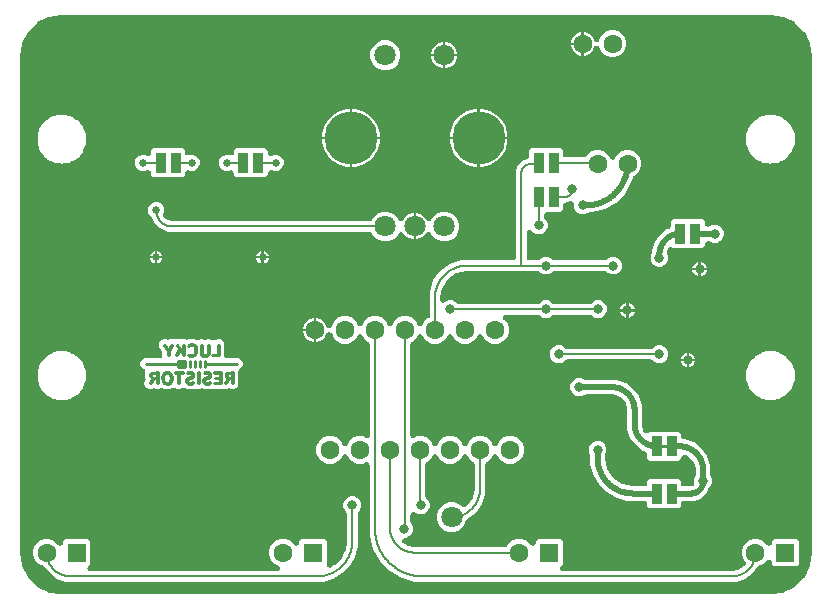
<source format=gbr>
G04 EAGLE Gerber RS-274X export*
G75*
%MOMM*%
%FSLAX34Y34*%
%LPD*%
%INBottom Copper*%
%IPPOS*%
%AMOC8*
5,1,8,0,0,1.08239X$1,22.5*%
G01*
G04 Define Apertures*
%ADD10C,1.800000*%
%ADD11C,4.500000*%
%ADD12R,0.914400X1.778000*%
%ADD13C,1.600000*%
%ADD14R,1.600000X1.600000*%
%ADD15C,0.254000*%
%ADD16C,0.220000*%
%ADD17C,0.800000*%
%ADD18C,0.650000*%
%ADD19C,0.200000*%
%ADD20C,0.500000*%
G36*
X640391Y4531D02*
X650589Y6146D01*
X651333Y6388D01*
X660532Y11075D01*
X661165Y11535D01*
X668465Y18835D01*
X668925Y19468D01*
X673612Y28667D01*
X673854Y29411D01*
X675469Y39609D01*
X675500Y40000D01*
X675500Y460000D01*
X675469Y460391D01*
X673854Y470589D01*
X673612Y471333D01*
X668925Y480532D01*
X668465Y481165D01*
X661165Y488465D01*
X660532Y488925D01*
X651333Y493612D01*
X650589Y493854D01*
X640391Y495469D01*
X640000Y495500D01*
X40000Y495500D01*
X39609Y495469D01*
X29411Y493854D01*
X28667Y493612D01*
X19468Y488925D01*
X18835Y488465D01*
X11535Y481165D01*
X11075Y480532D01*
X6388Y471333D01*
X6146Y470589D01*
X4531Y460391D01*
X4500Y460000D01*
X4500Y40000D01*
X4531Y39609D01*
X6146Y29411D01*
X6388Y28667D01*
X11075Y19468D01*
X11535Y18835D01*
X18835Y11535D01*
X19468Y11075D01*
X28667Y6388D01*
X29411Y6146D01*
X39609Y4531D01*
X40000Y4500D01*
X640000Y4500D01*
X640391Y4531D01*
G37*
%LPC*%
G36*
X504062Y459340D02*
X499836Y461091D01*
X496601Y464326D01*
X495148Y467833D01*
X494592Y468658D01*
X493758Y469201D01*
X492778Y469376D01*
X491808Y469155D01*
X491001Y468573D01*
X490529Y467833D01*
X489428Y465176D01*
X486614Y462362D01*
X482939Y460840D01*
X481950Y460840D01*
X481950Y480840D01*
X482939Y480840D01*
X486614Y479318D01*
X489428Y476505D01*
X490529Y473847D01*
X491085Y473022D01*
X491918Y472479D01*
X492898Y472304D01*
X493868Y472525D01*
X494675Y473107D01*
X495148Y473847D01*
X496601Y477354D01*
X499836Y480589D01*
X504062Y482340D01*
X508638Y482340D01*
X512864Y480589D01*
X516099Y477354D01*
X517850Y473128D01*
X517850Y468552D01*
X516099Y464326D01*
X512864Y461091D01*
X508638Y459340D01*
X504062Y459340D01*
G37*
G36*
X470950Y471840D02*
X470950Y472829D01*
X472472Y476504D01*
X475286Y479318D01*
X478961Y480840D01*
X479950Y480840D01*
X479950Y471840D01*
X470950Y471840D01*
G37*
G36*
X311414Y448600D02*
X306819Y450503D01*
X303303Y454019D01*
X301400Y458614D01*
X301400Y463586D01*
X303303Y468181D01*
X306819Y471697D01*
X311414Y473600D01*
X316386Y473600D01*
X320981Y471697D01*
X324497Y468181D01*
X326400Y463586D01*
X326400Y458614D01*
X324497Y454019D01*
X320981Y450503D01*
X316386Y448600D01*
X311414Y448600D01*
G37*
G36*
X352900Y462100D02*
X352900Y463288D01*
X354575Y467331D01*
X357669Y470425D01*
X361712Y472100D01*
X362900Y472100D01*
X362900Y462100D01*
X352900Y462100D01*
G37*
G36*
X364900Y462100D02*
X364900Y472100D01*
X366088Y472100D01*
X370131Y470425D01*
X373225Y467331D01*
X374900Y463288D01*
X374900Y462100D01*
X364900Y462100D01*
G37*
G36*
X478961Y460840D02*
X475286Y462362D01*
X472472Y465176D01*
X470950Y468851D01*
X470950Y469840D01*
X479950Y469840D01*
X479950Y460840D01*
X478961Y460840D01*
G37*
G36*
X364900Y450100D02*
X364900Y460100D01*
X374900Y460100D01*
X374900Y458912D01*
X373225Y454869D01*
X370131Y451775D01*
X366088Y450100D01*
X364900Y450100D01*
G37*
G36*
X361712Y450100D02*
X357669Y451775D01*
X354575Y454869D01*
X352900Y458912D01*
X352900Y460100D01*
X362900Y460100D01*
X362900Y450100D01*
X361712Y450100D01*
G37*
G36*
X368400Y392100D02*
X368400Y394326D01*
X370070Y400557D01*
X373295Y406143D01*
X377857Y410705D01*
X383443Y413930D01*
X389674Y415600D01*
X391900Y415600D01*
X391900Y392100D01*
X368400Y392100D01*
G37*
G36*
X260400Y392100D02*
X260400Y394326D01*
X262070Y400557D01*
X265295Y406143D01*
X269857Y410705D01*
X275443Y413930D01*
X281674Y415600D01*
X283900Y415600D01*
X283900Y392100D01*
X260400Y392100D01*
G37*
G36*
X285900Y392100D02*
X285900Y415600D01*
X288126Y415600D01*
X294357Y413930D01*
X299943Y410705D01*
X304505Y406143D01*
X307730Y400557D01*
X309400Y394326D01*
X309400Y392100D01*
X285900Y392100D01*
G37*
G36*
X393900Y392100D02*
X393900Y415600D01*
X396126Y415600D01*
X402357Y413930D01*
X407943Y410705D01*
X412505Y406143D01*
X415730Y400557D01*
X417400Y394326D01*
X417400Y392100D01*
X393900Y392100D01*
G37*
G36*
X38422Y369462D02*
X37988Y369500D01*
X35922Y369500D01*
X34482Y370097D01*
X33960Y370249D01*
X32880Y370439D01*
X31056Y371493D01*
X30762Y371637D01*
X28388Y372621D01*
X27645Y373363D01*
X27128Y373761D01*
X26620Y374054D01*
X24942Y376053D01*
X24794Y376214D01*
X22621Y378388D01*
X22415Y378884D01*
X22021Y379535D01*
X21973Y379592D01*
X20908Y382517D01*
X20868Y382619D01*
X19500Y385922D01*
X19500Y394078D01*
X20868Y397381D01*
X20908Y397483D01*
X21973Y400408D01*
X22021Y400465D01*
X22415Y401116D01*
X22621Y401612D01*
X24794Y403786D01*
X24942Y403947D01*
X26620Y405946D01*
X27128Y406239D01*
X27645Y406637D01*
X28388Y407379D01*
X30762Y408363D01*
X31056Y408507D01*
X32880Y409561D01*
X33960Y409751D01*
X34482Y409903D01*
X35922Y410500D01*
X37988Y410500D01*
X38422Y410538D01*
X40000Y410816D01*
X41578Y410538D01*
X42012Y410500D01*
X44078Y410500D01*
X45518Y409903D01*
X46041Y409751D01*
X47120Y409561D01*
X48944Y408507D01*
X49238Y408363D01*
X51612Y407379D01*
X52355Y406637D01*
X52872Y406239D01*
X53380Y405946D01*
X55058Y403947D01*
X55206Y403786D01*
X57379Y401612D01*
X57585Y401116D01*
X57979Y400465D01*
X58027Y400408D01*
X59092Y397483D01*
X59132Y397381D01*
X60500Y394078D01*
X60500Y385922D01*
X59132Y382619D01*
X59092Y382517D01*
X58027Y379592D01*
X57979Y379535D01*
X57585Y378884D01*
X57379Y378388D01*
X55206Y376214D01*
X55058Y376053D01*
X53380Y374054D01*
X52872Y373761D01*
X52355Y373363D01*
X51612Y372621D01*
X49238Y371637D01*
X48944Y371493D01*
X47120Y370439D01*
X46041Y370249D01*
X45518Y370097D01*
X44078Y369500D01*
X42012Y369500D01*
X41578Y369462D01*
X40000Y369184D01*
X38422Y369462D01*
G37*
G36*
X638422Y369462D02*
X637988Y369500D01*
X635922Y369500D01*
X634482Y370097D01*
X633960Y370249D01*
X632880Y370439D01*
X631056Y371493D01*
X630762Y371637D01*
X628388Y372621D01*
X627645Y373363D01*
X627128Y373761D01*
X626620Y374054D01*
X624942Y376053D01*
X624794Y376214D01*
X622621Y378388D01*
X622415Y378884D01*
X622021Y379535D01*
X621973Y379592D01*
X620908Y382517D01*
X620868Y382619D01*
X619500Y385922D01*
X619500Y394078D01*
X620868Y397381D01*
X620908Y397483D01*
X621973Y400408D01*
X622021Y400465D01*
X622415Y401116D01*
X622621Y401612D01*
X624794Y403786D01*
X624942Y403947D01*
X626620Y405946D01*
X627128Y406239D01*
X627645Y406637D01*
X628388Y407379D01*
X630762Y408363D01*
X631056Y408507D01*
X632880Y409561D01*
X633960Y409751D01*
X634482Y409903D01*
X635922Y410500D01*
X637988Y410500D01*
X638422Y410538D01*
X640000Y410816D01*
X641578Y410538D01*
X642012Y410500D01*
X644078Y410500D01*
X645518Y409903D01*
X646041Y409751D01*
X647120Y409561D01*
X648944Y408507D01*
X649238Y408363D01*
X651612Y407379D01*
X652355Y406637D01*
X652872Y406239D01*
X653380Y405946D01*
X655058Y403947D01*
X655206Y403786D01*
X657379Y401612D01*
X657585Y401116D01*
X657979Y400465D01*
X658027Y400408D01*
X659092Y397483D01*
X659132Y397381D01*
X660500Y394078D01*
X660500Y385922D01*
X659132Y382619D01*
X659092Y382517D01*
X658027Y379592D01*
X657979Y379535D01*
X657585Y378884D01*
X657379Y378388D01*
X655206Y376214D01*
X655058Y376053D01*
X653380Y374054D01*
X652872Y373761D01*
X652355Y373363D01*
X651612Y372621D01*
X649238Y371637D01*
X648944Y371493D01*
X647120Y370439D01*
X646041Y370249D01*
X645518Y370097D01*
X644078Y369500D01*
X642012Y369500D01*
X641578Y369462D01*
X640000Y369184D01*
X638422Y369462D01*
G37*
G36*
X393900Y366600D02*
X393900Y390100D01*
X417400Y390100D01*
X417400Y387874D01*
X415730Y381643D01*
X412505Y376057D01*
X407943Y371495D01*
X402357Y368270D01*
X396126Y366600D01*
X393900Y366600D01*
G37*
G36*
X389674Y366600D02*
X383443Y368270D01*
X377857Y371495D01*
X373295Y376057D01*
X370070Y381643D01*
X368400Y387874D01*
X368400Y390100D01*
X391900Y390100D01*
X391900Y366600D01*
X389674Y366600D01*
G37*
G36*
X285900Y366600D02*
X285900Y390100D01*
X309400Y390100D01*
X309400Y387874D01*
X307730Y381643D01*
X304505Y376057D01*
X299943Y371495D01*
X294357Y368270D01*
X288126Y366600D01*
X285900Y366600D01*
G37*
G36*
X281674Y366600D02*
X275443Y368270D01*
X269857Y371495D01*
X265295Y376057D01*
X262070Y381643D01*
X260400Y387874D01*
X260400Y390100D01*
X283900Y390100D01*
X283900Y366600D01*
X281674Y366600D01*
G37*
G36*
X187628Y357610D02*
X185578Y359660D01*
X185578Y361263D01*
X185380Y362238D01*
X184817Y363059D01*
X183979Y363595D01*
X182998Y363762D01*
X182121Y363573D01*
X181343Y363250D01*
X178657Y363250D01*
X176177Y364278D01*
X174278Y366177D01*
X173250Y368657D01*
X173250Y371343D01*
X174278Y373824D01*
X176177Y375722D01*
X178657Y376750D01*
X181343Y376750D01*
X182121Y376427D01*
X183098Y376237D01*
X184071Y376443D01*
X184888Y377012D01*
X185417Y377855D01*
X185578Y378737D01*
X185578Y380340D01*
X187628Y382390D01*
X212372Y382390D01*
X214422Y380340D01*
X214422Y378323D01*
X214620Y377348D01*
X215183Y376527D01*
X216021Y375991D01*
X217002Y375824D01*
X217879Y376013D01*
X219657Y376750D01*
X222343Y376750D01*
X224824Y375722D01*
X226722Y373824D01*
X227750Y371343D01*
X227750Y368657D01*
X226722Y366177D01*
X224824Y364278D01*
X222343Y363250D01*
X219657Y363250D01*
X217879Y363987D01*
X216902Y364177D01*
X215929Y363971D01*
X215112Y363402D01*
X214583Y362560D01*
X214422Y361677D01*
X214422Y359660D01*
X212372Y357610D01*
X187628Y357610D01*
G37*
G36*
X339391Y15500D02*
X328074Y18533D01*
X317926Y24391D01*
X309641Y32676D01*
X303783Y42824D01*
X300750Y54141D01*
X300750Y114108D01*
X300552Y115083D01*
X299989Y115903D01*
X299151Y116439D01*
X298170Y116606D01*
X297293Y116417D01*
X294838Y115400D01*
X290262Y115400D01*
X286036Y117151D01*
X282801Y120386D01*
X282160Y121933D01*
X281604Y122759D01*
X280770Y123301D01*
X279790Y123476D01*
X278820Y123255D01*
X278013Y122673D01*
X277540Y121933D01*
X276899Y120386D01*
X273664Y117151D01*
X269438Y115400D01*
X264862Y115400D01*
X260636Y117151D01*
X257401Y120386D01*
X255650Y124612D01*
X255650Y129188D01*
X257401Y133414D01*
X260636Y136649D01*
X264862Y138400D01*
X269438Y138400D01*
X273664Y136649D01*
X276899Y133414D01*
X277540Y131867D01*
X278096Y131041D01*
X278930Y130499D01*
X279910Y130324D01*
X280880Y130545D01*
X281687Y131127D01*
X282160Y131867D01*
X282801Y133414D01*
X286036Y136649D01*
X290262Y138400D01*
X294838Y138400D01*
X297293Y137383D01*
X298270Y137193D01*
X299243Y137398D01*
X300060Y137967D01*
X300589Y138810D01*
X300750Y139692D01*
X300750Y216246D01*
X300552Y217221D01*
X299989Y218042D01*
X299207Y218556D01*
X298736Y218751D01*
X295501Y221986D01*
X294860Y223533D01*
X294304Y224359D01*
X293470Y224901D01*
X292490Y225076D01*
X291520Y224855D01*
X290713Y224273D01*
X290240Y223533D01*
X289599Y221986D01*
X286364Y218751D01*
X282138Y217000D01*
X277562Y217000D01*
X273336Y218751D01*
X270101Y221986D01*
X268648Y225493D01*
X268092Y226318D01*
X267258Y226861D01*
X266278Y227036D01*
X265308Y226815D01*
X264501Y226233D01*
X264029Y225493D01*
X262928Y222836D01*
X260114Y220022D01*
X256439Y218500D01*
X255450Y218500D01*
X255450Y238500D01*
X256439Y238500D01*
X260114Y236978D01*
X262928Y234165D01*
X264029Y231507D01*
X264585Y230682D01*
X265418Y230139D01*
X266398Y229964D01*
X267368Y230185D01*
X268175Y230767D01*
X268648Y231507D01*
X270101Y235014D01*
X273336Y238249D01*
X277562Y240000D01*
X282138Y240000D01*
X286364Y238249D01*
X289599Y235014D01*
X290240Y233467D01*
X290796Y232641D01*
X291630Y232099D01*
X292610Y231924D01*
X293580Y232145D01*
X294387Y232727D01*
X294860Y233467D01*
X295501Y235014D01*
X298736Y238249D01*
X302962Y240000D01*
X307538Y240000D01*
X311764Y238249D01*
X314999Y235014D01*
X315640Y233467D01*
X316196Y232641D01*
X317030Y232099D01*
X318010Y231924D01*
X318980Y232145D01*
X319787Y232727D01*
X320260Y233467D01*
X320901Y235014D01*
X324136Y238249D01*
X328362Y240000D01*
X332938Y240000D01*
X337164Y238249D01*
X340399Y235014D01*
X341040Y233467D01*
X341596Y232641D01*
X342430Y232099D01*
X343410Y231924D01*
X344380Y232145D01*
X345187Y232727D01*
X345660Y233467D01*
X346301Y235014D01*
X349536Y238249D01*
X350007Y238444D01*
X350832Y239000D01*
X351375Y239834D01*
X351550Y240754D01*
X351550Y260918D01*
X354642Y270434D01*
X360522Y278528D01*
X368616Y284408D01*
X378132Y287500D01*
X422000Y287500D01*
X422975Y287698D01*
X423796Y288261D01*
X424332Y289099D01*
X424500Y290000D01*
X424500Y363624D01*
X426377Y368155D01*
X429845Y371623D01*
X434035Y373359D01*
X434860Y373915D01*
X435403Y374749D01*
X435578Y375668D01*
X435578Y380340D01*
X437628Y382390D01*
X462372Y382390D01*
X464422Y380340D01*
X464422Y377000D01*
X464620Y376025D01*
X465183Y375204D01*
X466021Y374668D01*
X466922Y374500D01*
X481711Y374500D01*
X482686Y374698D01*
X483507Y375261D01*
X483697Y375550D01*
X487136Y378989D01*
X491362Y380740D01*
X495938Y380740D01*
X500164Y378989D01*
X503399Y375754D01*
X504040Y374207D01*
X504596Y373381D01*
X505430Y372839D01*
X506410Y372664D01*
X507380Y372885D01*
X508187Y373467D01*
X508660Y374207D01*
X509301Y375754D01*
X512536Y378989D01*
X516762Y380740D01*
X521338Y380740D01*
X525564Y378989D01*
X528799Y375754D01*
X530550Y371528D01*
X530550Y366952D01*
X528799Y362726D01*
X525564Y359491D01*
X524823Y359184D01*
X523998Y358628D01*
X523365Y357521D01*
X522240Y353322D01*
X516810Y343918D01*
X509132Y336240D01*
X499728Y330810D01*
X489239Y328000D01*
X486610Y328000D01*
X485654Y327810D01*
X482492Y326500D01*
X479508Y326500D01*
X476752Y327642D01*
X474642Y329752D01*
X473500Y332508D01*
X473500Y335187D01*
X473302Y336162D01*
X472739Y336982D01*
X471901Y337519D01*
X470920Y337685D01*
X470043Y337496D01*
X467638Y336500D01*
X466922Y336500D01*
X465947Y336302D01*
X465126Y335739D01*
X464590Y334901D01*
X464422Y334000D01*
X464422Y330660D01*
X462372Y328610D01*
X450650Y328610D01*
X449675Y328412D01*
X448854Y327849D01*
X448318Y327011D01*
X448150Y326110D01*
X448150Y324492D01*
X448348Y323517D01*
X448882Y322724D01*
X450358Y321248D01*
X451500Y318492D01*
X451500Y315508D01*
X450358Y312752D01*
X448248Y310642D01*
X445492Y309500D01*
X442508Y309500D01*
X439752Y310642D01*
X437768Y312626D01*
X436938Y313175D01*
X435960Y313358D01*
X434988Y313144D01*
X434177Y312568D01*
X433654Y311722D01*
X433500Y310858D01*
X433500Y290000D01*
X433698Y289025D01*
X434261Y288204D01*
X435099Y287668D01*
X436000Y287500D01*
X442858Y287500D01*
X443833Y287698D01*
X444626Y288232D01*
X445752Y289358D01*
X448508Y290500D01*
X451492Y290500D01*
X454248Y289358D01*
X455374Y288232D01*
X456204Y287683D01*
X457142Y287500D01*
X499858Y287500D01*
X500833Y287698D01*
X501626Y288232D01*
X502752Y289358D01*
X505508Y290500D01*
X508492Y290500D01*
X511248Y289358D01*
X513358Y287248D01*
X514500Y284492D01*
X514500Y281508D01*
X513358Y278752D01*
X511248Y276642D01*
X508492Y275500D01*
X505508Y275500D01*
X502752Y276642D01*
X501626Y277768D01*
X500796Y278317D01*
X499858Y278500D01*
X457142Y278500D01*
X456167Y278302D01*
X455374Y277768D01*
X454248Y276642D01*
X451492Y275500D01*
X448508Y275500D01*
X445752Y276642D01*
X444626Y277768D01*
X443796Y278317D01*
X442858Y278500D01*
X383134Y278500D01*
X382646Y278452D01*
X374960Y276923D01*
X374059Y276550D01*
X367544Y272196D01*
X366854Y271506D01*
X362500Y264991D01*
X362127Y264090D01*
X360598Y256404D01*
X360550Y255916D01*
X360550Y254192D01*
X360748Y253217D01*
X361311Y252396D01*
X362149Y251860D01*
X363130Y251693D01*
X364098Y251922D01*
X364681Y252329D01*
X367508Y253500D01*
X370492Y253500D01*
X373248Y252358D01*
X374374Y251232D01*
X375204Y250683D01*
X376142Y250500D01*
X442858Y250500D01*
X443833Y250698D01*
X444626Y251232D01*
X445752Y252358D01*
X448508Y253500D01*
X451492Y253500D01*
X454248Y252358D01*
X455374Y251232D01*
X456204Y250683D01*
X457142Y250500D01*
X486858Y250500D01*
X487833Y250698D01*
X488626Y251232D01*
X489752Y252358D01*
X492508Y253500D01*
X495492Y253500D01*
X498248Y252358D01*
X500358Y250248D01*
X501500Y247492D01*
X501500Y244508D01*
X500358Y241752D01*
X498248Y239642D01*
X495492Y238500D01*
X492508Y238500D01*
X489752Y239642D01*
X488626Y240768D01*
X487796Y241317D01*
X486858Y241500D01*
X457142Y241500D01*
X456167Y241302D01*
X455374Y240768D01*
X454248Y239642D01*
X451492Y238500D01*
X448508Y238500D01*
X445752Y239642D01*
X444626Y240768D01*
X443796Y241317D01*
X442858Y241500D01*
X416149Y241500D01*
X415174Y241302D01*
X414353Y240739D01*
X413817Y239901D01*
X413650Y238920D01*
X413879Y237952D01*
X414381Y237232D01*
X416599Y235014D01*
X418350Y230788D01*
X418350Y226212D01*
X416599Y221986D01*
X413364Y218751D01*
X409138Y217000D01*
X404562Y217000D01*
X400336Y218751D01*
X397101Y221986D01*
X396460Y223533D01*
X395904Y224359D01*
X395070Y224901D01*
X394090Y225076D01*
X393120Y224855D01*
X392313Y224273D01*
X391840Y223533D01*
X391199Y221986D01*
X387964Y218751D01*
X383738Y217000D01*
X379162Y217000D01*
X374936Y218751D01*
X371701Y221986D01*
X371060Y223533D01*
X370504Y224359D01*
X369670Y224901D01*
X368690Y225076D01*
X367720Y224855D01*
X366913Y224273D01*
X366440Y223533D01*
X365799Y221986D01*
X362564Y218751D01*
X358338Y217000D01*
X353762Y217000D01*
X349536Y218751D01*
X346301Y221986D01*
X345660Y223533D01*
X345104Y224359D01*
X344270Y224901D01*
X343290Y225076D01*
X342320Y224855D01*
X341513Y224273D01*
X341040Y223533D01*
X340399Y221986D01*
X337164Y218751D01*
X336693Y218556D01*
X335868Y218000D01*
X335325Y217166D01*
X335150Y216246D01*
X335150Y139692D01*
X335348Y138717D01*
X335911Y137897D01*
X336749Y137361D01*
X337730Y137194D01*
X338607Y137383D01*
X341063Y138400D01*
X345638Y138400D01*
X349864Y136649D01*
X353099Y133414D01*
X353740Y131867D01*
X354296Y131041D01*
X355130Y130499D01*
X356110Y130324D01*
X357080Y130545D01*
X357887Y131127D01*
X358360Y131867D01*
X359001Y133414D01*
X362236Y136649D01*
X366462Y138400D01*
X371038Y138400D01*
X375264Y136649D01*
X378499Y133414D01*
X379140Y131867D01*
X379696Y131041D01*
X380530Y130499D01*
X381510Y130324D01*
X382480Y130545D01*
X383287Y131127D01*
X383760Y131867D01*
X384401Y133414D01*
X387636Y136649D01*
X391862Y138400D01*
X396438Y138400D01*
X400664Y136649D01*
X403899Y133414D01*
X404540Y131867D01*
X405096Y131041D01*
X405930Y130499D01*
X406910Y130324D01*
X407880Y130545D01*
X408687Y131127D01*
X409160Y131867D01*
X409801Y133414D01*
X413036Y136649D01*
X417262Y138400D01*
X421838Y138400D01*
X426064Y136649D01*
X429299Y133414D01*
X431050Y129188D01*
X431050Y124612D01*
X429299Y120386D01*
X426064Y117151D01*
X421838Y115400D01*
X417262Y115400D01*
X413036Y117151D01*
X409801Y120386D01*
X409160Y121933D01*
X408604Y122759D01*
X407770Y123301D01*
X406790Y123476D01*
X405820Y123255D01*
X405013Y122673D01*
X404540Y121933D01*
X403899Y120386D01*
X400664Y117151D01*
X400193Y116956D01*
X399368Y116400D01*
X398825Y115566D01*
X398650Y114646D01*
X398650Y89612D01*
X395846Y80981D01*
X390511Y73639D01*
X383251Y68364D01*
X382411Y67298D01*
X380597Y62919D01*
X377081Y59403D01*
X372486Y57500D01*
X367514Y57500D01*
X362919Y59403D01*
X359403Y62919D01*
X357500Y67514D01*
X357500Y72486D01*
X359403Y77081D01*
X362919Y80597D01*
X367514Y82500D01*
X372486Y82500D01*
X377081Y80597D01*
X378599Y79079D01*
X379428Y78530D01*
X380406Y78347D01*
X381755Y78768D01*
X383516Y79944D01*
X384206Y80634D01*
X387923Y86198D01*
X388297Y87099D01*
X389602Y93662D01*
X389650Y94150D01*
X389650Y114646D01*
X389452Y115621D01*
X388889Y116442D01*
X388107Y116956D01*
X387636Y117151D01*
X384401Y120386D01*
X383760Y121933D01*
X383204Y122759D01*
X382370Y123301D01*
X381390Y123476D01*
X380420Y123255D01*
X379613Y122673D01*
X379140Y121933D01*
X378499Y120386D01*
X375264Y117151D01*
X371038Y115400D01*
X366462Y115400D01*
X362236Y117151D01*
X359001Y120386D01*
X358360Y121933D01*
X357804Y122759D01*
X356970Y123301D01*
X355990Y123476D01*
X355020Y123255D01*
X354213Y122673D01*
X353740Y121933D01*
X353099Y120386D01*
X349864Y117151D01*
X349393Y116956D01*
X348568Y116400D01*
X348025Y115566D01*
X347850Y114646D01*
X347850Y87792D01*
X348048Y86817D01*
X348582Y86024D01*
X350358Y84248D01*
X351500Y81492D01*
X351500Y78508D01*
X350358Y75752D01*
X348248Y73642D01*
X345492Y72500D01*
X342508Y72500D01*
X339752Y73642D01*
X339418Y73976D01*
X338588Y74525D01*
X337610Y74708D01*
X336638Y74494D01*
X335827Y73918D01*
X335304Y73072D01*
X335150Y72208D01*
X335150Y66492D01*
X335348Y65517D01*
X335882Y64724D01*
X336358Y64248D01*
X337500Y61492D01*
X337500Y58508D01*
X336358Y55752D01*
X334248Y53642D01*
X331492Y52500D01*
X330698Y52500D01*
X329722Y52302D01*
X328902Y51739D01*
X328366Y50901D01*
X328199Y49920D01*
X328428Y48952D01*
X329309Y47921D01*
X332204Y45987D01*
X333105Y45614D01*
X338462Y44548D01*
X338950Y44500D01*
X415046Y44500D01*
X416021Y44698D01*
X416842Y45261D01*
X417356Y46043D01*
X417551Y46514D01*
X420786Y49749D01*
X425012Y51500D01*
X429588Y51500D01*
X433814Y49749D01*
X436932Y46631D01*
X437762Y46082D01*
X438740Y45899D01*
X439712Y46113D01*
X440523Y46688D01*
X441046Y47535D01*
X441200Y48399D01*
X441200Y49450D01*
X443250Y51500D01*
X462150Y51500D01*
X464200Y49450D01*
X464200Y30550D01*
X462418Y28768D01*
X461868Y27938D01*
X461686Y26960D01*
X461899Y25988D01*
X462475Y25177D01*
X463321Y24654D01*
X464185Y24500D01*
X607300Y24500D01*
X607788Y24548D01*
X612763Y25538D01*
X613664Y25911D01*
X617881Y28729D01*
X618571Y29419D01*
X618652Y29539D01*
X619029Y30460D01*
X619017Y31455D01*
X618341Y32696D01*
X617551Y33486D01*
X615800Y37712D01*
X615800Y42288D01*
X617551Y46514D01*
X620786Y49749D01*
X625012Y51500D01*
X629588Y51500D01*
X633814Y49749D01*
X636932Y46631D01*
X637762Y46082D01*
X638740Y45899D01*
X639712Y46113D01*
X640523Y46688D01*
X641046Y47535D01*
X641200Y48399D01*
X641200Y49450D01*
X643250Y51500D01*
X662150Y51500D01*
X664200Y49450D01*
X664200Y30550D01*
X662150Y28500D01*
X643250Y28500D01*
X641200Y30550D01*
X641200Y31601D01*
X641002Y32576D01*
X640439Y33397D01*
X639601Y33933D01*
X638620Y34100D01*
X637652Y33871D01*
X636932Y33369D01*
X633814Y30251D01*
X629725Y28557D01*
X628659Y27717D01*
X624840Y22460D01*
X618561Y17898D01*
X611180Y15500D01*
X339391Y15500D01*
G37*
G36*
X117628Y357610D02*
X115578Y359660D01*
X115578Y361677D01*
X115380Y362652D01*
X114817Y363473D01*
X113979Y364009D01*
X112998Y364176D01*
X112121Y363987D01*
X110343Y363250D01*
X107657Y363250D01*
X105177Y364278D01*
X103278Y366177D01*
X102250Y368657D01*
X102250Y371343D01*
X103278Y373824D01*
X105177Y375722D01*
X107657Y376750D01*
X110343Y376750D01*
X112121Y376013D01*
X113098Y375823D01*
X114071Y376029D01*
X114888Y376598D01*
X115417Y377440D01*
X115578Y378323D01*
X115578Y380340D01*
X117628Y382390D01*
X142372Y382390D01*
X144422Y380340D01*
X144422Y378737D01*
X144620Y377762D01*
X145183Y376941D01*
X146021Y376405D01*
X147002Y376238D01*
X147879Y376427D01*
X148657Y376750D01*
X151343Y376750D01*
X153824Y375722D01*
X155722Y373824D01*
X156750Y371343D01*
X156750Y368657D01*
X155722Y366177D01*
X153824Y364278D01*
X151343Y363250D01*
X148657Y363250D01*
X147879Y363573D01*
X146902Y363763D01*
X145929Y363557D01*
X145112Y362988D01*
X144583Y362145D01*
X144422Y361263D01*
X144422Y359660D01*
X142372Y357610D01*
X117628Y357610D01*
G37*
G36*
X311414Y303600D02*
X306819Y305503D01*
X303303Y309019D01*
X302873Y310057D01*
X302317Y310882D01*
X301483Y311425D01*
X300564Y311600D01*
X130240Y311600D01*
X123477Y314401D01*
X118301Y319577D01*
X116670Y323515D01*
X116128Y324326D01*
X114278Y326177D01*
X113250Y328657D01*
X113250Y331343D01*
X114278Y333824D01*
X116177Y335722D01*
X118657Y336750D01*
X121343Y336750D01*
X123824Y335722D01*
X125722Y333824D01*
X126750Y331343D01*
X126750Y328657D01*
X126080Y327041D01*
X125890Y326064D01*
X126096Y325091D01*
X126622Y324316D01*
X128682Y322257D01*
X129803Y321610D01*
X133253Y320685D01*
X133900Y320600D01*
X300564Y320600D01*
X301539Y320798D01*
X302359Y321361D01*
X302873Y322143D01*
X303303Y323181D01*
X306819Y326697D01*
X311414Y328600D01*
X316386Y328600D01*
X320981Y326697D01*
X324497Y323181D01*
X324902Y322203D01*
X325458Y321378D01*
X326292Y320835D01*
X327272Y320660D01*
X328242Y320881D01*
X329049Y321463D01*
X329521Y322203D01*
X329575Y322331D01*
X332669Y325425D01*
X336712Y327100D01*
X337900Y327100D01*
X337900Y305100D01*
X336712Y305100D01*
X332669Y306775D01*
X329575Y309869D01*
X329521Y309997D01*
X328965Y310822D01*
X328132Y311365D01*
X327152Y311540D01*
X326182Y311319D01*
X325375Y310737D01*
X324902Y309997D01*
X324497Y309019D01*
X320981Y305503D01*
X316386Y303600D01*
X311414Y303600D01*
G37*
G36*
X361414Y303600D02*
X356819Y305503D01*
X353303Y309019D01*
X352898Y309997D01*
X352342Y310822D01*
X351508Y311365D01*
X350528Y311540D01*
X349558Y311319D01*
X348751Y310737D01*
X348279Y309997D01*
X348225Y309869D01*
X345131Y306775D01*
X341088Y305100D01*
X339900Y305100D01*
X339900Y327100D01*
X341088Y327100D01*
X345131Y325425D01*
X348225Y322331D01*
X348279Y322203D01*
X348835Y321378D01*
X349669Y320835D01*
X350648Y320660D01*
X351618Y320881D01*
X352425Y321463D01*
X352898Y322203D01*
X353303Y323181D01*
X356819Y326697D01*
X361414Y328600D01*
X366386Y328600D01*
X370981Y326697D01*
X374497Y323181D01*
X376400Y318586D01*
X376400Y313614D01*
X374497Y309019D01*
X370981Y305503D01*
X366386Y303600D01*
X361414Y303600D01*
G37*
G36*
X544508Y282000D02*
X541752Y283142D01*
X539642Y285252D01*
X538500Y288008D01*
X538500Y290992D01*
X539810Y294154D01*
X540000Y295110D01*
X540000Y296096D01*
X542315Y303221D01*
X546718Y309282D01*
X552779Y313685D01*
X553851Y314033D01*
X554717Y314523D01*
X555323Y315311D01*
X555578Y316411D01*
X555578Y320340D01*
X557628Y322390D01*
X582372Y322390D01*
X584422Y320340D01*
X584422Y318500D01*
X584620Y317525D01*
X585183Y316704D01*
X586021Y316168D01*
X586922Y316000D01*
X587450Y316000D01*
X588406Y316190D01*
X591568Y317500D01*
X594552Y317500D01*
X597308Y316358D01*
X599418Y314248D01*
X600560Y311492D01*
X600560Y308508D01*
X599418Y305752D01*
X597308Y303642D01*
X594552Y302500D01*
X591568Y302500D01*
X588406Y303810D01*
X587450Y304000D01*
X586922Y304000D01*
X585947Y303802D01*
X585126Y303239D01*
X584590Y302401D01*
X584422Y301500D01*
X584422Y299660D01*
X582372Y297610D01*
X557628Y297610D01*
X557293Y297945D01*
X556464Y298494D01*
X555486Y298677D01*
X554514Y298463D01*
X553702Y297888D01*
X553111Y296824D01*
X552534Y294673D01*
X552473Y293680D01*
X552639Y293069D01*
X553500Y290992D01*
X553500Y288008D01*
X552358Y285252D01*
X550248Y283142D01*
X547492Y282000D01*
X544508Y282000D01*
G37*
G36*
X114750Y291000D02*
X114750Y291044D01*
X115549Y292974D01*
X117026Y294451D01*
X118956Y295250D01*
X119000Y295250D01*
X119000Y291000D01*
X114750Y291000D01*
G37*
G36*
X204750Y291000D02*
X204750Y291044D01*
X205549Y292974D01*
X207026Y294451D01*
X208956Y295250D01*
X209000Y295250D01*
X209000Y291000D01*
X204750Y291000D01*
G37*
G36*
X211000Y291000D02*
X211000Y295250D01*
X211044Y295250D01*
X212974Y294451D01*
X214451Y292974D01*
X215250Y291044D01*
X215250Y291000D01*
X211000Y291000D01*
G37*
G36*
X121000Y291000D02*
X121000Y295250D01*
X121044Y295250D01*
X122974Y294451D01*
X124451Y292974D01*
X125250Y291044D01*
X125250Y291000D01*
X121000Y291000D01*
G37*
G36*
X118956Y284750D02*
X117026Y285549D01*
X115549Y287026D01*
X114750Y288956D01*
X114750Y289000D01*
X119000Y289000D01*
X119000Y284750D01*
X118956Y284750D01*
G37*
G36*
X121000Y284750D02*
X121000Y289000D01*
X125250Y289000D01*
X125250Y288956D01*
X124451Y287026D01*
X122974Y285549D01*
X121044Y284750D01*
X121000Y284750D01*
G37*
G36*
X208956Y284750D02*
X207026Y285549D01*
X205549Y287026D01*
X204750Y288956D01*
X204750Y289000D01*
X209000Y289000D01*
X209000Y284750D01*
X208956Y284750D01*
G37*
G36*
X211000Y284750D02*
X211000Y289000D01*
X215250Y289000D01*
X215250Y288956D01*
X214451Y287026D01*
X212974Y285549D01*
X211044Y284750D01*
X211000Y284750D01*
G37*
G36*
X581000Y281000D02*
X581000Y286000D01*
X581193Y286000D01*
X583399Y285087D01*
X585087Y283399D01*
X586000Y281193D01*
X586000Y281000D01*
X581000Y281000D01*
G37*
G36*
X574000Y281000D02*
X574000Y281193D01*
X574913Y283399D01*
X576601Y285087D01*
X578807Y286000D01*
X579000Y286000D01*
X579000Y281000D01*
X574000Y281000D01*
G37*
G36*
X578807Y274000D02*
X576601Y274913D01*
X574913Y276601D01*
X574000Y278807D01*
X574000Y279000D01*
X579000Y279000D01*
X579000Y274000D01*
X578807Y274000D01*
G37*
G36*
X581000Y274000D02*
X581000Y279000D01*
X586000Y279000D01*
X586000Y278807D01*
X585087Y276601D01*
X583399Y274913D01*
X581193Y274000D01*
X581000Y274000D01*
G37*
G36*
X520000Y246000D02*
X520000Y251000D01*
X520193Y251000D01*
X522399Y250087D01*
X524087Y248399D01*
X525000Y246193D01*
X525000Y246000D01*
X520000Y246000D01*
G37*
G36*
X513000Y246000D02*
X513000Y246193D01*
X513913Y248399D01*
X515601Y250087D01*
X517807Y251000D01*
X518000Y251000D01*
X518000Y246000D01*
X513000Y246000D01*
G37*
G36*
X517807Y239000D02*
X515601Y239913D01*
X513913Y241601D01*
X513000Y243807D01*
X513000Y244000D01*
X518000Y244000D01*
X518000Y239000D01*
X517807Y239000D01*
G37*
G36*
X520000Y239000D02*
X520000Y244000D01*
X525000Y244000D01*
X525000Y243807D01*
X524087Y241601D01*
X522399Y239913D01*
X520193Y239000D01*
X520000Y239000D01*
G37*
G36*
X244450Y229500D02*
X244450Y230489D01*
X245972Y234164D01*
X248786Y236978D01*
X252461Y238500D01*
X253450Y238500D01*
X253450Y229500D01*
X244450Y229500D01*
G37*
G36*
X252461Y218500D02*
X248786Y220022D01*
X245972Y222836D01*
X244450Y226511D01*
X244450Y227500D01*
X253450Y227500D01*
X253450Y218500D01*
X252461Y218500D01*
G37*
G36*
X128647Y178364D02*
X128274Y178453D01*
X128221Y178462D01*
X127543Y178477D01*
X127532Y178476D01*
X127342Y178507D01*
X126461Y178712D01*
X126433Y178713D01*
X126406Y178729D01*
X125786Y179002D01*
X125765Y179008D01*
X125453Y179077D01*
X125336Y179094D01*
X125091Y179201D01*
X125009Y179225D01*
X124017Y179303D01*
X123364Y179131D01*
X122198Y178648D01*
X120526Y178648D01*
X119607Y178646D01*
X118912Y178934D01*
X117935Y179124D01*
X116998Y178934D01*
X116245Y178622D01*
X115978Y178630D01*
X115896Y178615D01*
X114605Y178647D01*
X114544Y178648D01*
X113657Y178648D01*
X112846Y179007D01*
X112790Y179031D01*
X111970Y179370D01*
X111359Y180013D01*
X111316Y180057D01*
X110689Y180684D01*
X110370Y181511D01*
X110347Y181568D01*
X110008Y182387D01*
X110030Y183273D01*
X110030Y183334D01*
X110030Y184221D01*
X110390Y185032D01*
X110414Y185088D01*
X110778Y185967D01*
X110968Y186943D01*
X110605Y188221D01*
X110583Y188256D01*
X110578Y188341D01*
X110554Y188559D01*
X110551Y188577D01*
X110463Y188955D01*
X110457Y188973D01*
X110376Y189192D01*
X110349Y189257D01*
X110351Y189286D01*
X110259Y190186D01*
X110253Y190429D01*
X110271Y190912D01*
X110284Y190967D01*
X110349Y191556D01*
X110348Y191641D01*
X110390Y191759D01*
X110519Y192333D01*
X110550Y192636D01*
X110724Y193268D01*
X110592Y194254D01*
X110085Y195111D01*
X109186Y195746D01*
X108659Y195964D01*
X107365Y197258D01*
X106665Y198948D01*
X106665Y200778D01*
X107365Y202469D01*
X108659Y203763D01*
X110350Y204463D01*
X122682Y204463D01*
X123657Y204661D01*
X124477Y205224D01*
X125014Y206062D01*
X125182Y206970D01*
X125178Y208646D01*
X124876Y209829D01*
X123155Y213010D01*
X122836Y213438D01*
X122599Y214009D01*
X122489Y214242D01*
X122194Y214786D01*
X122109Y215123D01*
X122109Y215742D01*
X122096Y215999D01*
X122032Y216614D01*
X122082Y216959D01*
X122319Y217530D01*
X122405Y217773D01*
X122581Y218366D01*
X122759Y218665D01*
X123197Y219102D01*
X123369Y219294D01*
X123759Y219773D01*
X124038Y219982D01*
X124609Y220218D01*
X124842Y220329D01*
X125386Y220623D01*
X125724Y220709D01*
X126342Y220709D01*
X126599Y220722D01*
X127393Y220804D01*
X127781Y220763D01*
X127959Y220777D01*
X128047Y220763D01*
X128768Y220465D01*
X128951Y220397D01*
X129259Y220297D01*
X130248Y220183D01*
X130856Y220313D01*
X131062Y220385D01*
X131196Y220436D01*
X131980Y220761D01*
X132364Y220739D01*
X132784Y220791D01*
X133603Y220719D01*
X133825Y220709D01*
X134534Y220709D01*
X135000Y220594D01*
X135270Y220570D01*
X136173Y220709D01*
X136507Y220709D01*
X137032Y220764D01*
X137341Y220831D01*
X137613Y220834D01*
X138047Y220752D01*
X138511Y220709D01*
X138762Y220709D01*
X138929Y220639D01*
X139422Y220493D01*
X139929Y220397D01*
X141350Y220544D01*
X141761Y220714D01*
X142669Y220709D01*
X142684Y220709D01*
X144322Y220709D01*
X144871Y220481D01*
X145848Y220291D01*
X146562Y220473D01*
X146563Y220467D01*
X147068Y220563D01*
X147552Y220707D01*
X147688Y220763D01*
X147861Y220779D01*
X148344Y220871D01*
X148497Y220916D01*
X148675Y220916D01*
X149154Y220959D01*
X149374Y221001D01*
X149545Y220982D01*
X150044Y220978D01*
X150264Y220998D01*
X150737Y220962D01*
X150805Y220953D01*
X151101Y220854D01*
X151230Y220822D01*
X151566Y220762D01*
X152039Y220710D01*
X152078Y220693D01*
X152324Y220597D01*
X152847Y220477D01*
X153336Y220294D01*
X153585Y220232D01*
X153939Y220066D01*
X154934Y220029D01*
X155484Y220186D01*
X155888Y220353D01*
X155897Y220357D01*
X156736Y220709D01*
X157647Y220709D01*
X157658Y220709D01*
X159055Y220714D01*
X159055Y220715D01*
X159065Y220713D01*
X159323Y220715D01*
X160142Y220376D01*
X161119Y220185D01*
X162055Y220376D01*
X162874Y220715D01*
X163133Y220713D01*
X163143Y220715D01*
X163143Y220715D01*
X164541Y220709D01*
X164551Y220709D01*
X165461Y220709D01*
X166301Y220357D01*
X166311Y220353D01*
X167365Y219916D01*
X168342Y219726D01*
X169277Y219915D01*
X170362Y220364D01*
X170364Y220364D01*
X171197Y220709D01*
X172113Y220709D01*
X173802Y220709D01*
X175493Y220008D01*
X176787Y218714D01*
X177487Y217024D01*
X177487Y207101D01*
X177685Y206126D01*
X178248Y205305D01*
X179086Y204769D01*
X179987Y204601D01*
X189534Y204601D01*
X191224Y203901D01*
X192518Y202607D01*
X193219Y200916D01*
X193219Y199086D01*
X192518Y197395D01*
X191224Y196101D01*
X191136Y196065D01*
X190311Y195509D01*
X189768Y194675D01*
X189593Y193755D01*
X189593Y192542D01*
X189593Y192511D01*
X189609Y191216D01*
X189593Y191131D01*
X189593Y182333D01*
X188893Y180642D01*
X187599Y179348D01*
X185908Y178648D01*
X184240Y178648D01*
X183320Y178646D01*
X182625Y178934D01*
X181649Y179124D01*
X180712Y178934D01*
X179958Y178622D01*
X179700Y178629D01*
X179640Y178619D01*
X178318Y178647D01*
X178265Y178648D01*
X177337Y178648D01*
X176439Y178842D01*
X175449Y178652D01*
X175438Y178648D01*
X168198Y178648D01*
X167945Y178752D01*
X166554Y178905D01*
X165818Y178775D01*
X165501Y178697D01*
X165112Y178574D01*
X165046Y178548D01*
X164873Y178550D01*
X164493Y178526D01*
X164220Y178493D01*
X163724Y178405D01*
X163617Y178379D01*
X163179Y178414D01*
X162816Y178417D01*
X162182Y178376D01*
X161578Y178517D01*
X161214Y178574D01*
X160770Y178610D01*
X160364Y178771D01*
X160009Y178882D01*
X159478Y179006D01*
X159288Y179040D01*
X159227Y179064D01*
X159169Y179077D01*
X158175Y179106D01*
X157645Y178953D01*
X156909Y178648D01*
X154319Y178648D01*
X153840Y178846D01*
X152863Y179036D01*
X152364Y178889D01*
X152355Y178939D01*
X151419Y178774D01*
X151104Y178697D01*
X150723Y178577D01*
X150649Y178547D01*
X150469Y178550D01*
X150097Y178526D01*
X149825Y178493D01*
X149331Y178406D01*
X149222Y178379D01*
X148784Y178414D01*
X148421Y178417D01*
X147787Y178376D01*
X147182Y178517D01*
X146818Y178574D01*
X146374Y178610D01*
X145968Y178771D01*
X145613Y178882D01*
X145189Y178980D01*
X144944Y179121D01*
X144305Y179378D01*
X143963Y179464D01*
X143803Y179538D01*
X142808Y179575D01*
X142261Y179419D01*
X141239Y178996D01*
X141237Y178995D01*
X140397Y178647D01*
X139480Y178648D01*
X138739Y178648D01*
X137822Y178647D01*
X136989Y178992D01*
X136988Y178993D01*
X135684Y179532D01*
X135632Y179566D01*
X134653Y179749D01*
X133682Y179535D01*
X133357Y179328D01*
X133348Y179325D01*
X132814Y179070D01*
X132691Y178992D01*
X132471Y178943D01*
X131950Y178763D01*
X131796Y178690D01*
X131537Y178621D01*
X131498Y178618D01*
X131179Y178552D01*
X130493Y178499D01*
X130016Y178391D01*
X129366Y178424D01*
X129040Y178419D01*
X128945Y178411D01*
X128648Y178364D01*
X128647Y178364D01*
G37*
G36*
X459508Y200500D02*
X456752Y201642D01*
X454642Y203752D01*
X453500Y206508D01*
X453500Y209492D01*
X454642Y212248D01*
X456752Y214358D01*
X459508Y215500D01*
X462492Y215500D01*
X465248Y214358D01*
X466374Y213232D01*
X467204Y212683D01*
X468142Y212500D01*
X538858Y212500D01*
X539833Y212698D01*
X540626Y213232D01*
X541752Y214358D01*
X544508Y215500D01*
X547492Y215500D01*
X550248Y214358D01*
X552358Y212248D01*
X553500Y209492D01*
X553500Y206508D01*
X552358Y203752D01*
X550248Y201642D01*
X547492Y200500D01*
X544508Y200500D01*
X541752Y201642D01*
X540626Y202768D01*
X539796Y203317D01*
X538858Y203500D01*
X468142Y203500D01*
X467167Y203302D01*
X466374Y202768D01*
X465248Y201642D01*
X462492Y200500D01*
X459508Y200500D01*
G37*
G36*
X638422Y169462D02*
X637988Y169500D01*
X635922Y169500D01*
X634482Y170097D01*
X633960Y170249D01*
X632880Y170439D01*
X631056Y171493D01*
X630762Y171637D01*
X628388Y172621D01*
X627645Y173363D01*
X627128Y173761D01*
X626620Y174054D01*
X624942Y176053D01*
X624794Y176214D01*
X622621Y178388D01*
X622415Y178884D01*
X622021Y179535D01*
X621973Y179592D01*
X620908Y182517D01*
X620868Y182619D01*
X619500Y185922D01*
X619500Y194078D01*
X620868Y197381D01*
X620908Y197483D01*
X621973Y200408D01*
X622021Y200465D01*
X622415Y201116D01*
X622621Y201612D01*
X624794Y203786D01*
X624942Y203947D01*
X626620Y205946D01*
X627128Y206239D01*
X627645Y206637D01*
X628388Y207379D01*
X630762Y208363D01*
X631056Y208507D01*
X632880Y209561D01*
X633960Y209751D01*
X634482Y209903D01*
X635922Y210500D01*
X637988Y210500D01*
X638422Y210538D01*
X640000Y210816D01*
X641578Y210538D01*
X642012Y210500D01*
X644078Y210500D01*
X645518Y209903D01*
X646041Y209751D01*
X647120Y209561D01*
X648944Y208507D01*
X649238Y208363D01*
X651612Y207379D01*
X652355Y206637D01*
X652872Y206239D01*
X653380Y205946D01*
X655058Y203947D01*
X655206Y203786D01*
X657379Y201612D01*
X657585Y201116D01*
X657979Y200465D01*
X658027Y200408D01*
X659092Y197483D01*
X659132Y197381D01*
X660500Y194078D01*
X660500Y185922D01*
X659132Y182619D01*
X659092Y182517D01*
X658027Y179592D01*
X657979Y179535D01*
X657585Y178884D01*
X657379Y178388D01*
X655206Y176214D01*
X655058Y176053D01*
X653380Y174054D01*
X652872Y173761D01*
X652355Y173363D01*
X651612Y172621D01*
X649238Y171637D01*
X648944Y171493D01*
X647120Y170439D01*
X646041Y170249D01*
X645518Y170097D01*
X644078Y169500D01*
X642012Y169500D01*
X641578Y169462D01*
X640000Y169184D01*
X638422Y169462D01*
G37*
G36*
X38422Y169462D02*
X37988Y169500D01*
X35922Y169500D01*
X34482Y170097D01*
X33960Y170249D01*
X32880Y170439D01*
X31056Y171493D01*
X30762Y171637D01*
X28388Y172621D01*
X27645Y173363D01*
X27128Y173761D01*
X26620Y174054D01*
X24942Y176053D01*
X24794Y176214D01*
X22621Y178388D01*
X22415Y178884D01*
X22021Y179535D01*
X21973Y179592D01*
X20908Y182517D01*
X20868Y182619D01*
X19500Y185922D01*
X19500Y194078D01*
X20868Y197381D01*
X20908Y197483D01*
X21973Y200408D01*
X22021Y200465D01*
X22415Y201116D01*
X22621Y201612D01*
X24794Y203786D01*
X24942Y203947D01*
X26620Y205946D01*
X27128Y206239D01*
X27645Y206637D01*
X28388Y207379D01*
X30762Y208363D01*
X31056Y208507D01*
X32880Y209561D01*
X33960Y209751D01*
X34482Y209903D01*
X35922Y210500D01*
X37988Y210500D01*
X38422Y210538D01*
X40000Y210816D01*
X41578Y210538D01*
X42012Y210500D01*
X44078Y210500D01*
X45518Y209903D01*
X46041Y209751D01*
X47120Y209561D01*
X48944Y208507D01*
X49238Y208363D01*
X51612Y207379D01*
X52355Y206637D01*
X52872Y206239D01*
X53380Y205946D01*
X55058Y203947D01*
X55206Y203786D01*
X57379Y201612D01*
X57585Y201116D01*
X57979Y200465D01*
X58027Y200408D01*
X59092Y197483D01*
X59132Y197381D01*
X60500Y194078D01*
X60500Y185922D01*
X59132Y182619D01*
X59092Y182517D01*
X58027Y179592D01*
X57979Y179535D01*
X57585Y178884D01*
X57379Y178388D01*
X55206Y176214D01*
X55058Y176053D01*
X53380Y174054D01*
X52872Y173761D01*
X52355Y173363D01*
X51612Y172621D01*
X49238Y171637D01*
X48944Y171493D01*
X47120Y170439D01*
X46041Y170249D01*
X45518Y170097D01*
X44078Y169500D01*
X42012Y169500D01*
X41578Y169462D01*
X40000Y169184D01*
X38422Y169462D01*
G37*
G36*
X564000Y204000D02*
X564000Y204193D01*
X564913Y206399D01*
X566601Y208087D01*
X568807Y209000D01*
X569000Y209000D01*
X569000Y204000D01*
X564000Y204000D01*
G37*
G36*
X571000Y204000D02*
X571000Y209000D01*
X571193Y209000D01*
X573399Y208087D01*
X575087Y206399D01*
X576000Y204193D01*
X576000Y204000D01*
X571000Y204000D01*
G37*
G36*
X571000Y197000D02*
X571000Y202000D01*
X576000Y202000D01*
X576000Y201807D01*
X575087Y199601D01*
X573399Y197913D01*
X571193Y197000D01*
X571000Y197000D01*
G37*
G36*
X568807Y197000D02*
X566601Y197913D01*
X564913Y199601D01*
X564000Y201807D01*
X564000Y202000D01*
X569000Y202000D01*
X569000Y197000D01*
X568807Y197000D01*
G37*
G36*
X537628Y77610D02*
X535578Y79660D01*
X535578Y81500D01*
X535380Y82475D01*
X534817Y83296D01*
X533979Y83832D01*
X533078Y84000D01*
X518911Y84000D01*
X509755Y86453D01*
X501546Y91193D01*
X494843Y97896D01*
X490103Y106105D01*
X487650Y115261D01*
X487650Y121290D01*
X487460Y122246D01*
X486150Y125408D01*
X486150Y128392D01*
X487292Y131148D01*
X489402Y133258D01*
X492158Y134400D01*
X495142Y134400D01*
X497898Y133258D01*
X500008Y131148D01*
X501150Y128392D01*
X501150Y125408D01*
X499840Y122246D01*
X499650Y121290D01*
X499650Y120000D01*
X499698Y119512D01*
X501335Y111285D01*
X501708Y110383D01*
X506369Y103408D01*
X507058Y102719D01*
X514033Y98058D01*
X514935Y97685D01*
X523162Y96048D01*
X523650Y96000D01*
X533078Y96000D01*
X534053Y96198D01*
X534874Y96761D01*
X535410Y97599D01*
X535578Y98500D01*
X535578Y100340D01*
X537628Y102390D01*
X562372Y102390D01*
X564422Y100340D01*
X564422Y98500D01*
X564620Y97525D01*
X565183Y96704D01*
X566021Y96168D01*
X566922Y96000D01*
X573000Y96000D01*
X573647Y96085D01*
X573744Y96111D01*
X574635Y96555D01*
X575282Y97311D01*
X575583Y98259D01*
X575500Y98836D01*
X575500Y102242D01*
X576810Y105404D01*
X577000Y106360D01*
X577000Y110000D01*
X576915Y110647D01*
X575374Y116397D01*
X574727Y117518D01*
X570518Y121727D01*
X569397Y122374D01*
X567569Y122864D01*
X566576Y122925D01*
X565638Y122594D01*
X564903Y121923D01*
X564488Y121019D01*
X564422Y120449D01*
X564422Y119660D01*
X562372Y117610D01*
X537628Y117610D01*
X535578Y119660D01*
X535578Y123538D01*
X535380Y124513D01*
X534817Y125334D01*
X533851Y125916D01*
X532320Y126413D01*
X526003Y131003D01*
X521413Y137320D01*
X519000Y144746D01*
X519000Y160901D01*
X518915Y161548D01*
X517495Y166848D01*
X516848Y167968D01*
X512968Y171848D01*
X511848Y172495D01*
X506548Y173915D01*
X505901Y174000D01*
X483610Y174000D01*
X482654Y173810D01*
X479492Y172500D01*
X476508Y172500D01*
X473752Y173642D01*
X471642Y175752D01*
X470500Y178508D01*
X470500Y181492D01*
X471642Y184248D01*
X473752Y186358D01*
X476508Y187500D01*
X479492Y187500D01*
X482654Y186190D01*
X483610Y186000D01*
X509876Y186000D01*
X517438Y183543D01*
X523870Y178870D01*
X528543Y172438D01*
X531000Y164876D01*
X531000Y148650D01*
X531085Y148003D01*
X532445Y142928D01*
X533092Y141807D01*
X533301Y141598D01*
X534131Y141049D01*
X535109Y140866D01*
X536080Y141080D01*
X536837Y141598D01*
X537628Y142390D01*
X562372Y142390D01*
X564422Y140340D01*
X564422Y138500D01*
X564620Y137525D01*
X565183Y136704D01*
X566021Y136168D01*
X566922Y136000D01*
X567118Y136000D01*
X574951Y133455D01*
X581614Y128614D01*
X586455Y121951D01*
X589000Y114118D01*
X589000Y106360D01*
X589190Y105404D01*
X590500Y102242D01*
X590500Y99258D01*
X589358Y96502D01*
X588875Y96018D01*
X588333Y95207D01*
X586564Y90937D01*
X582063Y86436D01*
X576183Y84000D01*
X566922Y84000D01*
X565947Y83802D01*
X565126Y83239D01*
X564590Y82401D01*
X564422Y81500D01*
X564422Y79660D01*
X562372Y77610D01*
X537628Y77610D01*
G37*
G36*
X43420Y15500D02*
X36039Y17898D01*
X29760Y22460D01*
X25941Y27717D01*
X24875Y28557D01*
X20786Y30251D01*
X17551Y33486D01*
X15800Y37712D01*
X15800Y42288D01*
X17551Y46514D01*
X20786Y49749D01*
X25012Y51500D01*
X29588Y51500D01*
X33814Y49749D01*
X36932Y46631D01*
X37762Y46082D01*
X38740Y45899D01*
X39712Y46113D01*
X40523Y46688D01*
X41046Y47535D01*
X41200Y48399D01*
X41200Y49450D01*
X43250Y51500D01*
X62150Y51500D01*
X64200Y49450D01*
X64200Y30550D01*
X62418Y28768D01*
X61868Y27938D01*
X61686Y26960D01*
X61899Y25988D01*
X62475Y25177D01*
X63321Y24654D01*
X64185Y24500D01*
X222101Y24500D01*
X223076Y24698D01*
X223897Y25261D01*
X224433Y26099D01*
X224600Y27080D01*
X224371Y28048D01*
X223782Y28850D01*
X223058Y29310D01*
X220786Y30251D01*
X217551Y33486D01*
X215800Y37712D01*
X215800Y42288D01*
X217551Y46514D01*
X220786Y49749D01*
X225012Y51500D01*
X229588Y51500D01*
X233814Y49749D01*
X236932Y46631D01*
X237762Y46082D01*
X238740Y45899D01*
X239712Y46113D01*
X240523Y46688D01*
X241046Y47535D01*
X241200Y48399D01*
X241200Y49450D01*
X243250Y51500D01*
X262150Y51500D01*
X264200Y49450D01*
X264200Y29843D01*
X264398Y28868D01*
X264961Y28047D01*
X265799Y27511D01*
X266780Y27344D01*
X267835Y27616D01*
X270770Y29111D01*
X271403Y29571D01*
X276429Y34597D01*
X276889Y35230D01*
X280116Y41563D01*
X280357Y42307D01*
X281469Y49327D01*
X281500Y49718D01*
X281500Y72858D01*
X281302Y73833D01*
X280768Y74626D01*
X279642Y75752D01*
X278500Y78508D01*
X278500Y81492D01*
X279642Y84248D01*
X281752Y86358D01*
X284508Y87500D01*
X287492Y87500D01*
X290248Y86358D01*
X292358Y84248D01*
X293500Y81492D01*
X293500Y78508D01*
X292358Y75752D01*
X291232Y74626D01*
X290683Y73796D01*
X290500Y72858D01*
X290500Y45213D01*
X288168Y36510D01*
X283663Y28708D01*
X277292Y22337D01*
X269490Y17832D01*
X260787Y15500D01*
X43420Y15500D01*
G37*
%LPD*%
D10*
X363900Y316100D03*
X338900Y316100D03*
X313900Y316100D03*
X363900Y461100D03*
X313900Y461100D03*
D11*
X392900Y391100D03*
X284900Y391100D03*
D12*
X123650Y370000D03*
X136350Y370000D03*
X206350Y370000D03*
X193650Y370000D03*
D13*
X254450Y228500D03*
X279850Y228500D03*
X305250Y228500D03*
X330650Y228500D03*
X356050Y228500D03*
X381450Y228500D03*
X406850Y228500D03*
X419550Y126900D03*
X394150Y126900D03*
X368750Y126900D03*
X343350Y126900D03*
X317950Y126900D03*
X292550Y126900D03*
X267150Y126900D03*
D14*
X652700Y40000D03*
D13*
X627300Y40000D03*
D14*
X452700Y40000D03*
D13*
X427300Y40000D03*
D14*
X252700Y40000D03*
D13*
X227300Y40000D03*
D14*
X52700Y40000D03*
D13*
X27300Y40000D03*
D12*
X556350Y90000D03*
X543650Y90000D03*
X556350Y130000D03*
X543650Y130000D03*
D15*
X556350Y130000D01*
D12*
X563650Y310000D03*
X576350Y310000D03*
X456350Y341000D03*
X443650Y341000D03*
X456350Y370000D03*
X443650Y370000D03*
D13*
X480950Y470840D03*
X506350Y470840D03*
X493650Y369240D03*
X519050Y369240D03*
D16*
X130064Y183117D02*
X129131Y183041D01*
X130064Y183117D02*
X130485Y183211D01*
X130874Y183343D01*
X131233Y183513D01*
X131561Y183721D01*
X131858Y183965D01*
X132124Y184248D01*
X132358Y184567D01*
X132562Y184924D01*
X132735Y185319D01*
X132986Y186219D01*
X133111Y187267D01*
X133091Y188644D01*
X132986Y189350D01*
X132822Y189969D01*
X132607Y190508D01*
X132347Y190971D01*
X132052Y191365D01*
X131730Y191695D01*
X131388Y191966D01*
X131034Y192185D01*
X130677Y192356D01*
X129983Y192579D01*
X129372Y192681D01*
X128907Y192705D01*
X128447Y192685D01*
X128016Y192626D01*
X127613Y192529D01*
X127238Y192392D01*
X126892Y192218D01*
X126575Y192006D01*
X126287Y191755D01*
X126029Y191468D01*
X125800Y191143D01*
X125601Y190781D01*
X125432Y190382D01*
X125185Y189475D01*
X125061Y188425D01*
X125054Y187432D01*
X125133Y186589D01*
X125313Y185761D01*
X125447Y185363D01*
X125616Y184982D01*
X125822Y184622D01*
X126067Y184288D01*
X126354Y183983D01*
X126687Y183714D01*
X127068Y183484D01*
X127500Y183297D01*
X127986Y183158D01*
X128529Y183071D01*
X129131Y183041D01*
X129440Y192423D02*
X129079Y192443D01*
X129440Y192423D02*
X129783Y192364D01*
X130107Y192266D01*
X130412Y192132D01*
X130696Y191961D01*
X130959Y191754D01*
X131201Y191514D01*
X131420Y191240D01*
X131615Y190934D01*
X131787Y190596D01*
X132057Y189831D01*
X132223Y188952D01*
X132280Y187968D01*
X132179Y186553D01*
X132062Y185966D01*
X131907Y185453D01*
X131719Y185009D01*
X131504Y184629D01*
X131267Y184308D01*
X131013Y184042D01*
X130748Y183825D01*
X130476Y183653D01*
X130204Y183520D01*
X129935Y183423D01*
X129433Y183314D01*
X129010Y183286D01*
X128603Y183312D01*
X128119Y183418D01*
X127860Y183512D01*
X127598Y183639D01*
X127336Y183805D01*
X127081Y184014D01*
X126836Y184271D01*
X126608Y184580D01*
X126401Y184946D01*
X126220Y185373D01*
X126071Y185868D01*
X125886Y187074D01*
X125876Y188320D01*
X125988Y189289D01*
X126208Y190143D01*
X126356Y190525D01*
X126529Y190876D01*
X126726Y191194D01*
X126946Y191478D01*
X127189Y191728D01*
X127453Y191942D01*
X127739Y192120D01*
X128045Y192259D01*
X128371Y192361D01*
X128716Y192422D01*
X129079Y192443D01*
X148640Y183041D02*
X149411Y183091D01*
X150166Y183224D01*
X151493Y183640D01*
X151328Y184044D01*
X149949Y183589D01*
X149262Y183455D01*
X148623Y183406D01*
X148319Y183419D01*
X148040Y183455D01*
X147785Y183513D01*
X147554Y183591D01*
X147345Y183688D01*
X147157Y183803D01*
X146992Y183932D01*
X146846Y184075D01*
X146721Y184230D01*
X146614Y184395D01*
X146526Y184568D01*
X146456Y184748D01*
X146365Y185123D01*
X146336Y185504D01*
X146353Y185783D01*
X146403Y186037D01*
X146483Y186268D01*
X146589Y186477D01*
X146719Y186666D01*
X146870Y186835D01*
X147039Y186988D01*
X147417Y187245D01*
X147831Y187450D01*
X149695Y188088D01*
X150160Y188299D01*
X150551Y188538D01*
X150719Y188671D01*
X150868Y188814D01*
X150998Y188969D01*
X151108Y189136D01*
X151199Y189318D01*
X151270Y189514D01*
X151321Y189727D01*
X151352Y189958D01*
X151362Y190207D01*
X151335Y190617D01*
X151260Y190980D01*
X151141Y191298D01*
X150984Y191575D01*
X150796Y191814D01*
X150582Y192016D01*
X150347Y192186D01*
X150099Y192325D01*
X149582Y192526D01*
X149079Y192640D01*
X148296Y192705D01*
X147610Y192651D01*
X146926Y192497D01*
X146263Y192249D01*
X145640Y191916D01*
X145864Y191631D01*
X146520Y191978D01*
X147145Y192226D01*
X147737Y192376D01*
X148296Y192425D01*
X148753Y192387D01*
X148968Y192340D01*
X149172Y192276D01*
X149364Y192196D01*
X149544Y192099D01*
X149711Y191987D01*
X149864Y191862D01*
X150002Y191722D01*
X150124Y191570D01*
X150230Y191406D01*
X150318Y191230D01*
X150389Y191044D01*
X150440Y190848D01*
X150471Y190644D01*
X150482Y190431D01*
X150465Y190156D01*
X150417Y189906D01*
X150340Y189677D01*
X150236Y189468D01*
X150109Y189279D01*
X149960Y189108D01*
X149792Y188953D01*
X149410Y188686D01*
X148984Y188467D01*
X147000Y187751D01*
X146530Y187534D01*
X146141Y187291D01*
X145977Y187158D01*
X145832Y187014D01*
X145707Y186859D01*
X145602Y186691D01*
X145516Y186508D01*
X145449Y186310D01*
X145402Y186095D01*
X145364Y185608D01*
X145390Y185197D01*
X145464Y184832D01*
X145582Y184510D01*
X145737Y184229D01*
X145925Y183986D01*
X146141Y183777D01*
X146378Y183602D01*
X146633Y183456D01*
X147171Y183242D01*
X147713Y183116D01*
X148640Y183041D01*
X163036Y183041D02*
X163806Y183091D01*
X164561Y183224D01*
X165888Y183642D01*
X165723Y184044D01*
X164344Y183589D01*
X163657Y183455D01*
X163018Y183406D01*
X162715Y183419D01*
X162435Y183455D01*
X162180Y183513D01*
X161949Y183591D01*
X161739Y183688D01*
X161552Y183803D01*
X161386Y183932D01*
X161241Y184075D01*
X161115Y184230D01*
X161008Y184395D01*
X160920Y184568D01*
X160850Y184748D01*
X160758Y185123D01*
X160729Y185504D01*
X160747Y185783D01*
X160797Y186037D01*
X160876Y186268D01*
X160983Y186477D01*
X161113Y186666D01*
X161264Y186835D01*
X161433Y186988D01*
X161812Y187245D01*
X162226Y187450D01*
X164090Y188088D01*
X164555Y188299D01*
X164947Y188538D01*
X165114Y188671D01*
X165263Y188814D01*
X165393Y188969D01*
X165503Y189136D01*
X165594Y189318D01*
X165665Y189514D01*
X165716Y189727D01*
X165747Y189958D01*
X165757Y190207D01*
X165731Y190617D01*
X165655Y190980D01*
X165536Y191298D01*
X165379Y191575D01*
X165191Y191814D01*
X164977Y192016D01*
X164743Y192186D01*
X164494Y192325D01*
X163978Y192526D01*
X163474Y192640D01*
X162691Y192705D01*
X162006Y192652D01*
X161322Y192497D01*
X160658Y192250D01*
X160035Y191916D01*
X160261Y191631D01*
X160917Y191978D01*
X161542Y192226D01*
X162134Y192376D01*
X162691Y192425D01*
X163149Y192387D01*
X163363Y192340D01*
X163567Y192276D01*
X163759Y192196D01*
X163939Y192099D01*
X164106Y191987D01*
X164259Y191862D01*
X164397Y191722D01*
X164519Y191570D01*
X164625Y191406D01*
X164714Y191230D01*
X164784Y191044D01*
X164835Y190848D01*
X164866Y190644D01*
X164877Y190431D01*
X164860Y190156D01*
X164812Y189906D01*
X164735Y189677D01*
X164631Y189468D01*
X164504Y189279D01*
X164355Y189108D01*
X164187Y188953D01*
X163806Y188686D01*
X163380Y188467D01*
X161396Y187751D01*
X160927Y187534D01*
X160539Y187291D01*
X160375Y187158D01*
X160230Y187014D01*
X160105Y186859D01*
X160000Y186691D01*
X159914Y186508D01*
X159848Y186310D01*
X159801Y186095D01*
X159763Y185608D01*
X159789Y185197D01*
X159863Y184832D01*
X159981Y184510D01*
X160136Y184229D01*
X160324Y183986D01*
X160539Y183777D01*
X160776Y183602D01*
X161030Y183456D01*
X161568Y183242D01*
X162109Y183116D01*
X163036Y183041D01*
X116893Y186605D02*
X115392Y183248D01*
X116893Y186605D02*
X117129Y186908D01*
X117255Y187032D01*
X117515Y187230D01*
X117781Y187370D01*
X118042Y187461D01*
X118288Y187512D01*
X119531Y187529D01*
X119640Y187513D01*
X119746Y187486D01*
X119847Y187449D01*
X119943Y187402D01*
X120033Y187347D01*
X120118Y187284D01*
X120196Y187213D01*
X120267Y187135D01*
X120330Y187050D01*
X120385Y186959D01*
X120432Y186863D01*
X120469Y186762D01*
X120496Y186656D01*
X120512Y186547D01*
X120518Y183248D01*
X121283Y183248D01*
X121283Y192498D01*
X117258Y192448D01*
X116467Y192308D01*
X116150Y192208D01*
X115880Y192091D01*
X115654Y191959D01*
X115467Y191812D01*
X115316Y191653D01*
X115198Y191484D01*
X115108Y191306D01*
X115043Y191121D01*
X114998Y190930D01*
X114958Y190541D01*
X114961Y190163D01*
X115014Y189823D01*
X115111Y189516D01*
X115247Y189241D01*
X115412Y188999D01*
X115601Y188790D01*
X115805Y188615D01*
X116016Y188474D01*
X116190Y188380D01*
X116316Y188293D01*
X116428Y188191D01*
X116523Y188074D01*
X116602Y187947D01*
X116663Y187809D01*
X116704Y187663D01*
X116726Y187511D01*
X116726Y187356D01*
X116704Y187204D01*
X116663Y187058D01*
X116602Y186920D01*
X116523Y186793D01*
X116428Y186677D01*
X116316Y186574D01*
X116190Y186487D01*
X116116Y186446D01*
X116098Y186433D01*
X116045Y186380D01*
X115978Y186288D01*
X114630Y183248D01*
X115392Y183248D01*
X119419Y192391D02*
X119531Y192385D01*
X119640Y192369D01*
X119746Y192342D01*
X119847Y192305D01*
X119943Y192258D01*
X120033Y192203D01*
X120118Y192140D01*
X120196Y192069D01*
X120267Y191991D01*
X120330Y191906D01*
X120385Y191815D01*
X120432Y191719D01*
X120469Y191618D01*
X120496Y191512D01*
X120512Y191403D01*
X120512Y188596D01*
X120496Y188486D01*
X120469Y188381D01*
X120432Y188280D01*
X120385Y188183D01*
X120330Y188093D01*
X120267Y188008D01*
X120196Y187930D01*
X120118Y187859D01*
X120033Y187795D01*
X119943Y187740D01*
X119847Y187694D01*
X119746Y187657D01*
X119640Y187630D01*
X119531Y187613D01*
X118020Y187619D01*
X117753Y187653D01*
X117501Y187708D01*
X117263Y187784D01*
X117041Y187881D01*
X116834Y187998D01*
X116644Y188133D01*
X116471Y188287D01*
X116316Y188459D01*
X116180Y188648D01*
X116063Y188853D01*
X115966Y189074D01*
X115889Y189310D01*
X115833Y189561D01*
X115788Y190103D01*
X115813Y190501D01*
X115898Y190901D01*
X115967Y191097D01*
X116058Y191286D01*
X116171Y191467D01*
X116308Y191639D01*
X116472Y191798D01*
X116665Y191942D01*
X116887Y192071D01*
X117142Y192180D01*
X117432Y192269D01*
X117757Y192336D01*
X119419Y192391D01*
X139489Y191127D02*
X139483Y183248D01*
X139489Y191127D02*
X139506Y191237D01*
X139533Y191342D01*
X139570Y191443D01*
X139616Y191539D01*
X139671Y191630D01*
X139734Y191715D01*
X139805Y191793D01*
X139883Y191864D01*
X139968Y191927D01*
X140059Y191983D01*
X140155Y192029D01*
X140256Y192066D01*
X140361Y192093D01*
X140470Y192110D01*
X142532Y192115D01*
X142532Y192498D01*
X135566Y192498D01*
X135566Y192115D01*
X137749Y192110D01*
X137858Y192093D01*
X137963Y192066D01*
X138064Y192029D01*
X138160Y191983D01*
X138251Y191927D01*
X138336Y191864D01*
X138414Y191793D01*
X138485Y191715D01*
X138548Y191630D01*
X138603Y191539D01*
X138649Y191443D01*
X138686Y191342D01*
X138713Y191237D01*
X138730Y191127D01*
X138736Y183248D01*
X139483Y183248D01*
X155994Y183248D02*
X155994Y192498D01*
X155234Y192498D01*
X155234Y183248D01*
X155994Y183248D01*
X174523Y183248D02*
X174523Y192498D01*
X169233Y192498D01*
X169233Y192115D01*
X172774Y192110D01*
X172883Y192093D01*
X172989Y192066D01*
X173090Y192029D01*
X173186Y191983D01*
X173277Y191927D01*
X173362Y191864D01*
X173440Y191793D01*
X173511Y191715D01*
X173574Y191630D01*
X173629Y191539D01*
X173676Y191443D01*
X173713Y191342D01*
X173740Y191237D01*
X173756Y191127D01*
X173756Y189164D01*
X173740Y189055D01*
X173713Y188949D01*
X173676Y188848D01*
X173629Y188752D01*
X173574Y188661D01*
X173511Y188576D01*
X173440Y188498D01*
X173362Y188427D01*
X173277Y188364D01*
X173186Y188309D01*
X173090Y188262D01*
X172989Y188225D01*
X172883Y188198D01*
X172774Y188182D01*
X169871Y188176D01*
X169871Y187794D01*
X172774Y187788D01*
X172883Y187771D01*
X172989Y187744D01*
X173090Y187707D01*
X173186Y187661D01*
X173277Y187606D01*
X173362Y187542D01*
X173440Y187471D01*
X173511Y187393D01*
X173574Y187308D01*
X173629Y187218D01*
X173676Y187121D01*
X173713Y187020D01*
X173740Y186915D01*
X173756Y186805D01*
X173756Y184617D01*
X173740Y184507D01*
X173713Y184402D01*
X173676Y184301D01*
X173629Y184204D01*
X173574Y184114D01*
X173511Y184029D01*
X173440Y183951D01*
X173362Y183880D01*
X173277Y183816D01*
X173186Y183761D01*
X173090Y183715D01*
X172989Y183678D01*
X172883Y183651D01*
X172774Y183634D01*
X169113Y183628D01*
X169113Y183248D01*
X174523Y183248D01*
X179105Y183248D02*
X180607Y186605D01*
X180842Y186908D01*
X181097Y187139D01*
X181362Y187307D01*
X181626Y187421D01*
X181880Y187491D01*
X182116Y187526D01*
X183243Y187529D01*
X183353Y187513D01*
X183458Y187486D01*
X183559Y187449D01*
X183656Y187402D01*
X183746Y187347D01*
X183831Y187284D01*
X183909Y187213D01*
X183980Y187135D01*
X184044Y187050D01*
X184099Y186959D01*
X184145Y186863D01*
X184182Y186762D01*
X184209Y186656D01*
X184226Y186547D01*
X184232Y183248D01*
X184993Y183248D01*
X184993Y192498D01*
X180970Y192448D01*
X180180Y192308D01*
X179864Y192208D01*
X179594Y192091D01*
X179368Y191959D01*
X179181Y191812D01*
X179031Y191653D01*
X178913Y191484D01*
X178823Y191306D01*
X178758Y191121D01*
X178713Y190930D01*
X178673Y190541D01*
X178676Y190163D01*
X178729Y189823D01*
X178826Y189516D01*
X178961Y189241D01*
X179127Y188999D01*
X179315Y188790D01*
X179518Y188615D01*
X179729Y188474D01*
X179904Y188380D01*
X180030Y188293D01*
X180142Y188191D01*
X180238Y188074D01*
X180317Y187947D01*
X180378Y187809D01*
X180420Y187663D01*
X180441Y187511D01*
X180441Y187356D01*
X180420Y187204D01*
X180378Y187058D01*
X180317Y186920D01*
X180238Y186793D01*
X180142Y186677D01*
X180030Y186574D01*
X179904Y186487D01*
X179830Y186446D01*
X179812Y186433D01*
X179760Y186380D01*
X179691Y186288D01*
X179618Y186155D01*
X178341Y183248D01*
X179105Y183248D01*
X183131Y192391D02*
X183243Y192385D01*
X183353Y192369D01*
X183458Y192342D01*
X183559Y192305D01*
X183656Y192258D01*
X183746Y192203D01*
X183831Y192140D01*
X183909Y192069D01*
X183980Y191991D01*
X184044Y191906D01*
X184099Y191815D01*
X184145Y191719D01*
X184182Y191618D01*
X184209Y191512D01*
X184226Y191403D01*
X184226Y188596D01*
X184209Y188486D01*
X184182Y188381D01*
X184145Y188280D01*
X184099Y188183D01*
X184044Y188093D01*
X183980Y188008D01*
X183909Y187930D01*
X183831Y187859D01*
X183746Y187795D01*
X183656Y187740D01*
X183559Y187694D01*
X183458Y187657D01*
X183353Y187630D01*
X183243Y187613D01*
X181732Y187619D01*
X181466Y187653D01*
X181213Y187708D01*
X180976Y187784D01*
X180753Y187881D01*
X180547Y187998D01*
X180357Y188133D01*
X180184Y188287D01*
X180029Y188459D01*
X179892Y188648D01*
X179775Y188853D01*
X179678Y189074D01*
X179601Y189310D01*
X179545Y189561D01*
X179500Y190103D01*
X179525Y190501D01*
X179609Y190901D01*
X179679Y191097D01*
X179769Y191286D01*
X179882Y191467D01*
X180020Y191639D01*
X180184Y191798D01*
X180377Y191942D01*
X180599Y192071D01*
X180854Y192180D01*
X181144Y192269D01*
X181469Y192336D01*
X183131Y192391D01*
X144302Y202557D02*
X138216Y202557D01*
X138216Y200882D01*
X138216Y198962D01*
X138216Y197121D01*
X144302Y197121D01*
X149794Y206652D02*
X150414Y206681D01*
X150973Y206767D01*
X151473Y206904D01*
X151917Y207088D01*
X152309Y207315D01*
X152651Y207581D01*
X152947Y207880D01*
X153199Y208210D01*
X153410Y208564D01*
X153584Y208940D01*
X153829Y209737D01*
X153959Y210565D01*
X153997Y211389D01*
X153963Y212177D01*
X153866Y212878D01*
X153712Y213495D01*
X153509Y214035D01*
X153263Y214502D01*
X152981Y214902D01*
X152670Y215240D01*
X152337Y215520D01*
X151989Y215748D01*
X151632Y215929D01*
X151275Y216069D01*
X150583Y216242D01*
X149969Y216309D01*
X149522Y216311D01*
X149159Y216278D01*
X148809Y216212D01*
X148473Y216112D01*
X148151Y215980D01*
X147843Y215815D01*
X147549Y215616D01*
X147135Y215258D01*
X147483Y215008D01*
X148035Y215467D01*
X148320Y215647D01*
X148612Y215794D01*
X148909Y215908D01*
X149214Y215989D01*
X149526Y216037D01*
X149846Y216054D01*
X150146Y216040D01*
X150447Y215996D01*
X150744Y215923D01*
X151036Y215817D01*
X151320Y215679D01*
X151593Y215506D01*
X151853Y215296D01*
X152097Y215050D01*
X152322Y214764D01*
X152526Y214438D01*
X152705Y214071D01*
X152858Y213661D01*
X153074Y212705D01*
X153150Y211561D01*
X153120Y210793D01*
X153033Y210113D01*
X152897Y209516D01*
X152717Y208997D01*
X152502Y208550D01*
X152256Y208171D01*
X151988Y207853D01*
X151703Y207591D01*
X151409Y207380D01*
X151112Y207215D01*
X150818Y207090D01*
X150269Y206939D01*
X149815Y206884D01*
X149215Y206903D01*
X148656Y207011D01*
X148104Y207205D01*
X147421Y207572D01*
X147266Y207372D01*
X147847Y207047D01*
X148451Y206823D01*
X149094Y206693D01*
X149794Y206652D01*
X161124Y206652D02*
X162083Y206705D01*
X162852Y206860D01*
X163170Y206973D01*
X163448Y207109D01*
X163688Y207268D01*
X163892Y207447D01*
X164063Y207647D01*
X164203Y207866D01*
X164315Y208104D01*
X164401Y208360D01*
X164506Y208922D01*
X164536Y216109D01*
X163775Y216109D01*
X163728Y209094D01*
X163669Y208807D01*
X163589Y208539D01*
X163487Y208290D01*
X163363Y208059D01*
X163218Y207849D01*
X163053Y207658D01*
X162868Y207487D01*
X162663Y207338D01*
X162440Y207211D01*
X162198Y207105D01*
X161938Y207022D01*
X161660Y206962D01*
X161055Y206914D01*
X160766Y206926D01*
X160490Y206964D01*
X160227Y207025D01*
X159979Y207110D01*
X159747Y207217D01*
X159530Y207345D01*
X159330Y207494D01*
X159148Y207663D01*
X158985Y207851D01*
X158840Y208057D01*
X158716Y208281D01*
X158613Y208521D01*
X158531Y208777D01*
X158471Y209048D01*
X158423Y216109D01*
X157661Y216109D01*
X157691Y208855D01*
X157777Y208472D01*
X157911Y208136D01*
X158088Y207844D01*
X158301Y207592D01*
X158542Y207379D01*
X158807Y207200D01*
X159088Y207052D01*
X159671Y206841D01*
X160240Y206720D01*
X161124Y206652D01*
X130529Y206859D02*
X130537Y210281D01*
X130560Y210411D01*
X130599Y210538D01*
X133509Y216109D01*
X132769Y216109D01*
X131010Y212465D01*
X130915Y212343D01*
X130805Y212236D01*
X130682Y212146D01*
X130547Y212073D01*
X130404Y212020D01*
X130252Y211988D01*
X130095Y211976D01*
X129938Y211987D01*
X129782Y212019D01*
X129629Y212070D01*
X129483Y212140D01*
X129349Y212227D01*
X129229Y212330D01*
X129126Y212449D01*
X127264Y216109D01*
X126709Y216109D01*
X129708Y210567D01*
X129749Y210436D01*
X129774Y210302D01*
X129782Y206859D01*
X130529Y206859D01*
X137795Y206859D02*
X139630Y210600D01*
X139715Y210713D01*
X139814Y210813D01*
X139924Y210900D01*
X140044Y210971D01*
X140173Y211028D01*
X140309Y211067D01*
X140487Y211092D01*
X140536Y211094D01*
X140678Y211087D01*
X140806Y211064D01*
X140929Y211026D01*
X141047Y210975D01*
X141157Y210910D01*
X141260Y210833D01*
X141354Y210743D01*
X142502Y209174D01*
X142580Y209020D01*
X142633Y208856D01*
X142660Y208685D01*
X142663Y206859D01*
X143407Y206859D01*
X143407Y216109D01*
X142663Y216109D01*
X142647Y213309D01*
X142595Y213017D01*
X142513Y212761D01*
X142402Y212540D01*
X142267Y212355D01*
X142191Y212277D01*
X142111Y212207D01*
X142026Y212146D01*
X141937Y212094D01*
X141845Y212051D01*
X141749Y212017D01*
X141651Y211992D01*
X141550Y211977D01*
X141448Y211970D01*
X141239Y211985D01*
X141028Y212037D01*
X140819Y212125D01*
X140613Y212251D01*
X140416Y212414D01*
X140231Y212615D01*
X137847Y216109D01*
X137261Y216109D01*
X139426Y212973D01*
X139484Y212838D01*
X139524Y212698D01*
X139544Y212554D01*
X139545Y212409D01*
X139527Y212264D01*
X139489Y212122D01*
X136879Y206859D01*
X137795Y206859D01*
X172887Y206859D02*
X172887Y216109D01*
X172110Y216109D01*
X172104Y208246D01*
X172088Y208137D01*
X172061Y208032D01*
X172024Y207930D01*
X171977Y207834D01*
X171922Y207743D01*
X171859Y207659D01*
X171788Y207581D01*
X171710Y207510D01*
X171625Y207446D01*
X171534Y207391D01*
X171438Y207345D01*
X171337Y207308D01*
X171231Y207281D01*
X171122Y207264D01*
X167545Y207258D01*
X167545Y206859D01*
X172887Y206859D01*
X161349Y200001D02*
X188619Y200001D01*
X138203Y199863D02*
X111265Y199863D01*
X161349Y202557D02*
X161349Y197121D01*
X157087Y197121D02*
X157087Y202557D01*
X152826Y202557D02*
X152826Y197121D01*
X148564Y197121D02*
X148564Y202557D01*
X144302Y202557D02*
X144302Y200882D01*
X144302Y198962D01*
X144302Y197121D01*
X144302Y200882D02*
X138216Y200882D01*
X138216Y198962D02*
X144302Y198962D01*
D10*
X370000Y70000D03*
D17*
X519000Y245000D03*
X570000Y203000D03*
X580000Y280000D03*
D18*
X120000Y290000D03*
D19*
X210000Y290000D01*
X210000Y310000D01*
D18*
X210000Y290000D03*
D19*
X123650Y370000D02*
X109000Y370000D01*
D18*
X109000Y370000D03*
D19*
X133900Y316100D02*
X313900Y316100D01*
X133900Y316100D02*
X133564Y316104D01*
X133228Y316116D01*
X132893Y316137D01*
X132558Y316165D01*
X132225Y316201D01*
X131892Y316246D01*
X131560Y316298D01*
X131229Y316359D01*
X130901Y316427D01*
X130574Y316504D01*
X130248Y316588D01*
X129925Y316680D01*
X129605Y316780D01*
X129286Y316888D01*
X128971Y317003D01*
X128658Y317126D01*
X128349Y317257D01*
X128043Y317394D01*
X127740Y317540D01*
X127440Y317692D01*
X127145Y317852D01*
X126853Y318019D01*
X126566Y318192D01*
X126283Y318373D01*
X126004Y318561D01*
X125730Y318755D01*
X125460Y318955D01*
X125196Y319163D01*
X124937Y319376D01*
X124683Y319596D01*
X124434Y319821D01*
X124191Y320053D01*
X123953Y320291D01*
X123721Y320534D01*
X123496Y320783D01*
X123276Y321037D01*
X123063Y321296D01*
X122855Y321560D01*
X122655Y321830D01*
X122461Y322104D01*
X122273Y322383D01*
X122092Y322666D01*
X121919Y322953D01*
X121752Y323245D01*
X121592Y323540D01*
X121440Y323840D01*
X121294Y324143D01*
X121157Y324449D01*
X121026Y324758D01*
X120903Y325071D01*
X120788Y325386D01*
X120680Y325705D01*
X120580Y326025D01*
X120488Y326348D01*
X120404Y326674D01*
X120327Y327001D01*
X120259Y327329D01*
X120198Y327660D01*
X120146Y327992D01*
X120101Y328325D01*
X120065Y328658D01*
X120037Y328993D01*
X120016Y329328D01*
X120004Y329664D01*
X120000Y330000D01*
D18*
X120000Y330000D03*
D19*
X136350Y370000D02*
X150000Y370000D01*
D18*
X150000Y370000D03*
D19*
X206350Y370000D02*
X221000Y370000D01*
D18*
X221000Y370000D03*
D19*
X193650Y370000D02*
X180000Y370000D01*
D18*
X180000Y370000D03*
D17*
X478000Y180000D03*
D20*
X505901Y180000D01*
X506363Y179994D01*
X506824Y179978D01*
X507284Y179950D01*
X507744Y179911D01*
X508203Y179861D01*
X508661Y179800D01*
X509116Y179727D01*
X509570Y179644D01*
X510022Y179550D01*
X510472Y179445D01*
X510918Y179329D01*
X511362Y179203D01*
X511803Y179065D01*
X512240Y178917D01*
X512674Y178759D01*
X513103Y178590D01*
X513528Y178411D01*
X513949Y178221D01*
X514366Y178022D01*
X514777Y177812D01*
X515183Y177593D01*
X515583Y177364D01*
X515978Y177125D01*
X516367Y176877D01*
X516750Y176619D01*
X517127Y176352D01*
X517497Y176077D01*
X517861Y175792D01*
X518217Y175499D01*
X518566Y175197D01*
X518908Y174887D01*
X519242Y174568D01*
X519568Y174242D01*
X519887Y173908D01*
X520197Y173566D01*
X520499Y173217D01*
X520792Y172861D01*
X521077Y172497D01*
X521352Y172127D01*
X521619Y171750D01*
X521877Y171367D01*
X522125Y170978D01*
X522364Y170583D01*
X522593Y170183D01*
X522812Y169777D01*
X523022Y169366D01*
X523221Y168949D01*
X523411Y168528D01*
X523590Y168103D01*
X523759Y167674D01*
X523917Y167240D01*
X524065Y166803D01*
X524203Y166362D01*
X524329Y165918D01*
X524445Y165472D01*
X524550Y165022D01*
X524644Y164570D01*
X524727Y164116D01*
X524800Y163661D01*
X524861Y163203D01*
X524911Y162744D01*
X524950Y162284D01*
X524978Y161824D01*
X524994Y161363D01*
X525000Y160901D01*
X525000Y148650D02*
X525005Y148199D01*
X525022Y147749D01*
X525049Y147299D01*
X525087Y146850D01*
X525136Y146402D01*
X525196Y145955D01*
X525266Y145510D01*
X525347Y145067D01*
X525439Y144626D01*
X525542Y144187D01*
X525655Y143751D01*
X525779Y143317D01*
X525913Y142887D01*
X526057Y142460D01*
X526212Y142037D01*
X526377Y141617D01*
X526552Y141202D01*
X526737Y140791D01*
X526932Y140384D01*
X527136Y139983D01*
X527350Y139586D01*
X527574Y139195D01*
X527807Y138810D01*
X528050Y138430D01*
X528301Y138056D01*
X528562Y137688D01*
X528831Y137326D01*
X529109Y136972D01*
X529396Y136624D01*
X529690Y136283D01*
X529993Y135949D01*
X530304Y135623D01*
X530623Y135304D01*
X530949Y134993D01*
X531283Y134690D01*
X531624Y134396D01*
X531972Y134109D01*
X532326Y133831D01*
X532688Y133562D01*
X533056Y133301D01*
X533430Y133050D01*
X533810Y132807D01*
X534195Y132574D01*
X534586Y132350D01*
X534983Y132136D01*
X535384Y131932D01*
X535791Y131737D01*
X536202Y131552D01*
X536617Y131377D01*
X537037Y131212D01*
X537460Y131057D01*
X537887Y130913D01*
X538317Y130779D01*
X538751Y130655D01*
X539187Y130542D01*
X539626Y130439D01*
X540067Y130347D01*
X540510Y130266D01*
X540955Y130196D01*
X541402Y130136D01*
X541850Y130087D01*
X542299Y130049D01*
X542749Y130022D01*
X543199Y130005D01*
X543650Y130000D01*
X525000Y148650D02*
X525000Y160901D01*
D19*
X356050Y228500D02*
X356050Y255916D01*
X356058Y256570D01*
X356082Y257225D01*
X356121Y257878D01*
X356176Y258530D01*
X356247Y259181D01*
X356334Y259829D01*
X356437Y260476D01*
X356555Y261120D01*
X356688Y261760D01*
X356837Y262398D01*
X357001Y263031D01*
X357181Y263661D01*
X357376Y264285D01*
X357585Y264905D01*
X357810Y265520D01*
X358049Y266129D01*
X358304Y266732D01*
X358572Y267329D01*
X358855Y267919D01*
X359152Y268503D01*
X359463Y269078D01*
X359788Y269647D01*
X360127Y270207D01*
X360479Y270758D01*
X360844Y271301D01*
X361223Y271836D01*
X361614Y272360D01*
X362017Y272876D01*
X362433Y273381D01*
X362861Y273876D01*
X363301Y274361D01*
X363753Y274834D01*
X364216Y275297D01*
X364689Y275749D01*
X365174Y276189D01*
X365669Y276617D01*
X366174Y277033D01*
X366690Y277436D01*
X367214Y277827D01*
X367749Y278206D01*
X368292Y278571D01*
X368843Y278923D01*
X369403Y279262D01*
X369972Y279587D01*
X370547Y279898D01*
X371131Y280195D01*
X371721Y280478D01*
X372318Y280746D01*
X372921Y281001D01*
X373530Y281240D01*
X374145Y281465D01*
X374765Y281674D01*
X375389Y281869D01*
X376019Y282049D01*
X376652Y282213D01*
X377290Y282362D01*
X377930Y282495D01*
X378574Y282613D01*
X379221Y282716D01*
X379869Y282803D01*
X380520Y282874D01*
X381172Y282929D01*
X381825Y282968D01*
X382480Y282992D01*
X383134Y283000D01*
X429000Y283000D01*
D17*
X507000Y283000D03*
D19*
X450000Y283000D02*
X429000Y283000D01*
X450000Y283000D02*
X507000Y283000D01*
D17*
X450000Y283000D03*
D19*
X443650Y369000D02*
X443650Y370000D01*
X443650Y369000D02*
X436828Y369000D01*
X436639Y368998D01*
X436450Y368991D01*
X436261Y368979D01*
X436072Y368963D01*
X435884Y368943D01*
X435697Y368918D01*
X435510Y368888D01*
X435324Y368854D01*
X435139Y368816D01*
X434955Y368773D01*
X434772Y368725D01*
X434590Y368673D01*
X434409Y368617D01*
X434230Y368556D01*
X434052Y368491D01*
X433876Y368422D01*
X433702Y368349D01*
X433529Y368271D01*
X433359Y368189D01*
X433190Y368103D01*
X433024Y368013D01*
X432860Y367919D01*
X432698Y367822D01*
X432538Y367720D01*
X432381Y367614D01*
X432227Y367505D01*
X432075Y367392D01*
X431926Y367275D01*
X431780Y367155D01*
X431637Y367031D01*
X431497Y366904D01*
X431360Y366774D01*
X431226Y366640D01*
X431096Y366503D01*
X430969Y366363D01*
X430845Y366220D01*
X430725Y366074D01*
X430608Y365925D01*
X430495Y365773D01*
X430386Y365619D01*
X430280Y365462D01*
X430178Y365302D01*
X430081Y365140D01*
X429987Y364976D01*
X429897Y364810D01*
X429811Y364641D01*
X429729Y364471D01*
X429651Y364298D01*
X429578Y364124D01*
X429509Y363948D01*
X429444Y363770D01*
X429383Y363591D01*
X429327Y363410D01*
X429275Y363228D01*
X429227Y363045D01*
X429184Y362861D01*
X429146Y362676D01*
X429112Y362490D01*
X429082Y362303D01*
X429057Y362116D01*
X429037Y361928D01*
X429021Y361739D01*
X429009Y361550D01*
X429002Y361361D01*
X429000Y361172D01*
X429000Y283000D01*
D17*
X461000Y208000D03*
D19*
X546000Y208000D01*
D17*
X546000Y208000D03*
D20*
X543650Y90000D02*
X523650Y90000D01*
X522925Y90009D01*
X522201Y90035D01*
X521477Y90079D01*
X520755Y90140D01*
X520034Y90219D01*
X519315Y90315D01*
X518599Y90428D01*
X517886Y90559D01*
X517176Y90707D01*
X516471Y90872D01*
X515769Y91054D01*
X515072Y91253D01*
X514379Y91468D01*
X513693Y91701D01*
X513012Y91950D01*
X512337Y92215D01*
X511669Y92496D01*
X511008Y92794D01*
X510354Y93107D01*
X509708Y93436D01*
X509070Y93781D01*
X508441Y94141D01*
X507821Y94516D01*
X507210Y94906D01*
X506608Y95310D01*
X506016Y95729D01*
X505435Y96163D01*
X504864Y96610D01*
X504305Y97071D01*
X503756Y97545D01*
X503220Y98032D01*
X502695Y98532D01*
X502182Y99045D01*
X501682Y99570D01*
X501195Y100106D01*
X500721Y100655D01*
X500260Y101214D01*
X499813Y101785D01*
X499379Y102366D01*
X498960Y102958D01*
X498556Y103560D01*
X498166Y104171D01*
X497791Y104791D01*
X497431Y105420D01*
X497086Y106058D01*
X496757Y106704D01*
X496444Y107358D01*
X496146Y108019D01*
X495865Y108687D01*
X495600Y109362D01*
X495351Y110043D01*
X495118Y110729D01*
X494903Y111422D01*
X494704Y112119D01*
X494522Y112821D01*
X494357Y113526D01*
X494209Y114236D01*
X494078Y114949D01*
X493965Y115665D01*
X493869Y116384D01*
X493790Y117105D01*
X493729Y117827D01*
X493685Y118551D01*
X493659Y119275D01*
X493650Y120000D01*
X493650Y126900D01*
D17*
X493650Y126900D03*
X583000Y100750D03*
D20*
X573000Y90000D02*
X556350Y90000D01*
X573000Y90000D02*
X573242Y90003D01*
X573483Y90012D01*
X573724Y90026D01*
X573965Y90047D01*
X574205Y90073D01*
X574445Y90105D01*
X574684Y90143D01*
X574921Y90186D01*
X575158Y90236D01*
X575393Y90291D01*
X575627Y90351D01*
X575859Y90418D01*
X576090Y90489D01*
X576319Y90567D01*
X576546Y90650D01*
X576771Y90738D01*
X576994Y90832D01*
X577214Y90931D01*
X577432Y91036D01*
X577647Y91145D01*
X577860Y91260D01*
X578070Y91380D01*
X578276Y91505D01*
X578480Y91635D01*
X578681Y91770D01*
X578878Y91910D01*
X579072Y92054D01*
X579262Y92203D01*
X579448Y92357D01*
X579631Y92515D01*
X579810Y92677D01*
X579985Y92844D01*
X580156Y93015D01*
X580323Y93190D01*
X580485Y93369D01*
X580643Y93552D01*
X580797Y93738D01*
X580946Y93928D01*
X581090Y94122D01*
X581230Y94319D01*
X581365Y94520D01*
X581495Y94724D01*
X581620Y94930D01*
X581740Y95140D01*
X581855Y95353D01*
X581964Y95568D01*
X582069Y95786D01*
X582168Y96006D01*
X582262Y96229D01*
X582350Y96454D01*
X582433Y96681D01*
X582511Y96910D01*
X582582Y97141D01*
X582649Y97373D01*
X582709Y97607D01*
X582764Y97842D01*
X582814Y98079D01*
X582857Y98316D01*
X582895Y98555D01*
X582927Y98795D01*
X582953Y99035D01*
X582974Y99276D01*
X582988Y99517D01*
X582997Y99758D01*
X583000Y100000D01*
X583000Y100750D01*
X583000Y110000D01*
X582994Y110483D01*
X582977Y110966D01*
X582947Y111449D01*
X582907Y111930D01*
X582854Y112411D01*
X582790Y112890D01*
X582715Y113367D01*
X582627Y113843D01*
X582529Y114316D01*
X582419Y114786D01*
X582298Y115254D01*
X582165Y115719D01*
X582021Y116180D01*
X581866Y116638D01*
X581700Y117092D01*
X581523Y117542D01*
X581336Y117987D01*
X581137Y118428D01*
X580929Y118864D01*
X580709Y119294D01*
X580479Y119720D01*
X580239Y120139D01*
X579989Y120553D01*
X579729Y120960D01*
X579460Y121361D01*
X579180Y121756D01*
X578892Y122143D01*
X578593Y122524D01*
X578286Y122897D01*
X577970Y123262D01*
X577645Y123620D01*
X577312Y123970D01*
X576970Y124312D01*
X576620Y124645D01*
X576262Y124970D01*
X575897Y125286D01*
X575524Y125593D01*
X575143Y125892D01*
X574756Y126180D01*
X574361Y126460D01*
X573960Y126729D01*
X573553Y126989D01*
X573139Y127239D01*
X572720Y127479D01*
X572294Y127709D01*
X571864Y127929D01*
X571428Y128137D01*
X570987Y128336D01*
X570542Y128523D01*
X570092Y128700D01*
X569638Y128866D01*
X569180Y129021D01*
X568719Y129165D01*
X568254Y129298D01*
X567786Y129419D01*
X567316Y129529D01*
X566843Y129627D01*
X566367Y129715D01*
X565890Y129790D01*
X565411Y129854D01*
X564930Y129907D01*
X564449Y129947D01*
X563966Y129977D01*
X563483Y129994D01*
X563000Y130000D01*
X556350Y130000D01*
D19*
X607300Y20000D02*
X345250Y20000D01*
X344283Y20012D01*
X343317Y20047D01*
X342353Y20105D01*
X341389Y20187D01*
X340429Y20292D01*
X339470Y20420D01*
X338516Y20571D01*
X337565Y20745D01*
X336619Y20942D01*
X335677Y21162D01*
X334742Y21405D01*
X333812Y21670D01*
X332889Y21958D01*
X331974Y22268D01*
X331066Y22599D01*
X330166Y22953D01*
X329275Y23328D01*
X328394Y23725D01*
X327522Y24143D01*
X326661Y24582D01*
X325811Y25041D01*
X324972Y25521D01*
X324144Y26021D01*
X323329Y26541D01*
X322527Y27081D01*
X321739Y27639D01*
X320963Y28217D01*
X320203Y28813D01*
X319456Y29427D01*
X318725Y30060D01*
X318009Y30709D01*
X317310Y31376D01*
X316626Y32060D01*
X315959Y32759D01*
X315310Y33475D01*
X314677Y34206D01*
X314063Y34953D01*
X313467Y35713D01*
X312889Y36489D01*
X312331Y37277D01*
X311791Y38079D01*
X311271Y38894D01*
X310771Y39722D01*
X310291Y40561D01*
X309832Y41411D01*
X309393Y42272D01*
X308975Y43144D01*
X308578Y44025D01*
X308203Y44916D01*
X307849Y45816D01*
X307518Y46724D01*
X307208Y47639D01*
X306920Y48562D01*
X306655Y49492D01*
X306412Y50427D01*
X306192Y51369D01*
X305995Y52315D01*
X305821Y53266D01*
X305670Y54220D01*
X305542Y55179D01*
X305437Y56139D01*
X305355Y57103D01*
X305297Y58067D01*
X305262Y59033D01*
X305250Y60000D01*
X305250Y228500D01*
X607300Y20000D02*
X607783Y20006D01*
X608266Y20023D01*
X608749Y20053D01*
X609230Y20093D01*
X609711Y20146D01*
X610190Y20210D01*
X610667Y20285D01*
X611143Y20373D01*
X611616Y20471D01*
X612086Y20581D01*
X612554Y20702D01*
X613019Y20835D01*
X613480Y20979D01*
X613938Y21134D01*
X614392Y21300D01*
X614842Y21477D01*
X615287Y21664D01*
X615728Y21863D01*
X616164Y22071D01*
X616594Y22291D01*
X617020Y22521D01*
X617439Y22761D01*
X617853Y23011D01*
X618260Y23271D01*
X618661Y23540D01*
X619056Y23820D01*
X619443Y24108D01*
X619824Y24407D01*
X620197Y24714D01*
X620562Y25030D01*
X620920Y25355D01*
X621270Y25688D01*
X621612Y26030D01*
X621945Y26380D01*
X622270Y26738D01*
X622586Y27103D01*
X622893Y27476D01*
X623192Y27857D01*
X623480Y28244D01*
X623760Y28639D01*
X624029Y29040D01*
X624289Y29447D01*
X624539Y29861D01*
X624779Y30280D01*
X625009Y30706D01*
X625229Y31136D01*
X625437Y31572D01*
X625636Y32013D01*
X625823Y32458D01*
X626000Y32908D01*
X626166Y33362D01*
X626321Y33820D01*
X626465Y34281D01*
X626598Y34746D01*
X626719Y35214D01*
X626829Y35684D01*
X626927Y36157D01*
X627015Y36633D01*
X627090Y37110D01*
X627154Y37589D01*
X627207Y38070D01*
X627247Y38551D01*
X627277Y39034D01*
X627294Y39517D01*
X627300Y40000D01*
X427300Y40000D02*
X338950Y40000D01*
X338443Y40006D01*
X337935Y40025D01*
X337429Y40055D01*
X336923Y40098D01*
X336419Y40153D01*
X335916Y40220D01*
X335415Y40300D01*
X334915Y40391D01*
X334419Y40495D01*
X333924Y40610D01*
X333433Y40738D01*
X332945Y40877D01*
X332461Y41028D01*
X331980Y41190D01*
X331503Y41365D01*
X331031Y41550D01*
X330563Y41747D01*
X330101Y41956D01*
X329643Y42175D01*
X329191Y42405D01*
X328744Y42647D01*
X328304Y42899D01*
X327870Y43161D01*
X327442Y43434D01*
X327021Y43717D01*
X326607Y44011D01*
X326200Y44314D01*
X325800Y44627D01*
X325408Y44949D01*
X325024Y45281D01*
X324649Y45622D01*
X324281Y45972D01*
X323922Y46331D01*
X323572Y46699D01*
X323231Y47074D01*
X322899Y47458D01*
X322577Y47850D01*
X322264Y48250D01*
X321961Y48657D01*
X321667Y49071D01*
X321384Y49492D01*
X321111Y49920D01*
X320849Y50354D01*
X320597Y50794D01*
X320355Y51241D01*
X320125Y51693D01*
X319906Y52151D01*
X319697Y52613D01*
X319500Y53081D01*
X319315Y53553D01*
X319140Y54030D01*
X318978Y54511D01*
X318827Y54995D01*
X318688Y55483D01*
X318560Y55974D01*
X318445Y56469D01*
X318341Y56965D01*
X318250Y57465D01*
X318170Y57966D01*
X318103Y58469D01*
X318048Y58973D01*
X318005Y59479D01*
X317975Y59985D01*
X317956Y60493D01*
X317950Y61000D01*
X317950Y126900D01*
X330650Y60000D02*
X330650Y228500D01*
X330650Y60000D02*
X330000Y60000D01*
D17*
X330000Y60000D03*
D19*
X343350Y80000D02*
X343350Y126900D01*
X343350Y80000D02*
X344000Y80000D01*
D17*
X344000Y80000D03*
X286000Y80000D03*
D19*
X286000Y49718D01*
X285991Y49000D01*
X285965Y48282D01*
X285922Y47565D01*
X285861Y46850D01*
X285783Y46136D01*
X285688Y45424D01*
X285576Y44715D01*
X285446Y44008D01*
X285300Y43305D01*
X285136Y42606D01*
X284956Y41911D01*
X284759Y41220D01*
X284545Y40535D01*
X284315Y39854D01*
X284069Y39180D01*
X283806Y38511D01*
X283527Y37850D01*
X283232Y37195D01*
X282922Y36547D01*
X282596Y35907D01*
X282255Y35276D01*
X281898Y34652D01*
X281526Y34038D01*
X281140Y33432D01*
X280739Y32836D01*
X280324Y32250D01*
X279895Y31674D01*
X279452Y31109D01*
X278996Y30555D01*
X278526Y30011D01*
X278044Y29480D01*
X277548Y28960D01*
X277040Y28452D01*
X276520Y27956D01*
X275989Y27474D01*
X275445Y27004D01*
X274891Y26548D01*
X274326Y26105D01*
X273750Y25676D01*
X273164Y25261D01*
X272568Y24860D01*
X271962Y24474D01*
X271348Y24102D01*
X270724Y23745D01*
X270093Y23404D01*
X269453Y23078D01*
X268805Y22768D01*
X268150Y22473D01*
X267489Y22194D01*
X266820Y21931D01*
X266146Y21685D01*
X265465Y21455D01*
X264780Y21241D01*
X264089Y21044D01*
X263394Y20864D01*
X262695Y20700D01*
X261992Y20554D01*
X261285Y20424D01*
X260576Y20312D01*
X259864Y20217D01*
X259150Y20139D01*
X258435Y20078D01*
X257718Y20035D01*
X257000Y20009D01*
X256282Y20000D01*
X47300Y20000D01*
X46817Y20006D01*
X46334Y20023D01*
X45851Y20053D01*
X45370Y20093D01*
X44889Y20146D01*
X44410Y20210D01*
X43933Y20285D01*
X43457Y20373D01*
X42984Y20471D01*
X42514Y20581D01*
X42046Y20702D01*
X41581Y20835D01*
X41120Y20979D01*
X40662Y21134D01*
X40208Y21300D01*
X39758Y21477D01*
X39313Y21664D01*
X38872Y21863D01*
X38436Y22071D01*
X38006Y22291D01*
X37580Y22521D01*
X37161Y22761D01*
X36747Y23011D01*
X36340Y23271D01*
X35939Y23540D01*
X35544Y23820D01*
X35157Y24108D01*
X34776Y24407D01*
X34403Y24714D01*
X34038Y25030D01*
X33680Y25355D01*
X33330Y25688D01*
X32988Y26030D01*
X32655Y26380D01*
X32330Y26738D01*
X32014Y27103D01*
X31707Y27476D01*
X31408Y27857D01*
X31120Y28244D01*
X30840Y28639D01*
X30571Y29040D01*
X30311Y29447D01*
X30061Y29861D01*
X29821Y30280D01*
X29591Y30706D01*
X29371Y31136D01*
X29163Y31572D01*
X28964Y32013D01*
X28777Y32458D01*
X28600Y32908D01*
X28434Y33362D01*
X28279Y33820D01*
X28135Y34281D01*
X28002Y34746D01*
X27881Y35214D01*
X27771Y35684D01*
X27673Y36157D01*
X27585Y36633D01*
X27510Y37110D01*
X27446Y37589D01*
X27393Y38070D01*
X27353Y38551D01*
X27323Y39034D01*
X27306Y39517D01*
X27300Y40000D01*
D20*
X576350Y310000D02*
X593060Y310000D01*
D17*
X593060Y310000D03*
X481000Y334000D03*
D20*
X483810Y334000D01*
X484662Y334010D01*
X485513Y334041D01*
X486363Y334093D01*
X487211Y334165D01*
X488058Y334257D01*
X488902Y334370D01*
X489743Y334503D01*
X490581Y334657D01*
X491414Y334830D01*
X492243Y335024D01*
X493068Y335238D01*
X493887Y335471D01*
X494700Y335725D01*
X495506Y335998D01*
X496306Y336290D01*
X497099Y336602D01*
X497884Y336932D01*
X498660Y337282D01*
X499428Y337650D01*
X500187Y338037D01*
X500936Y338441D01*
X501675Y338864D01*
X502404Y339305D01*
X503122Y339763D01*
X503829Y340238D01*
X504524Y340730D01*
X505206Y341239D01*
X505877Y341764D01*
X506534Y342306D01*
X507178Y342862D01*
X507809Y343435D01*
X508426Y344022D01*
X509028Y344624D01*
X509615Y345241D01*
X510188Y345872D01*
X510744Y346516D01*
X511286Y347173D01*
X511811Y347844D01*
X512320Y348526D01*
X512812Y349221D01*
X513287Y349928D01*
X513745Y350646D01*
X514186Y351375D01*
X514609Y352114D01*
X515013Y352863D01*
X515400Y353622D01*
X515768Y354390D01*
X516118Y355166D01*
X516448Y355951D01*
X516760Y356744D01*
X517052Y357544D01*
X517325Y358350D01*
X517579Y359163D01*
X517812Y359982D01*
X518026Y360807D01*
X518220Y361636D01*
X518393Y362469D01*
X518547Y363307D01*
X518680Y364148D01*
X518793Y364992D01*
X518885Y365839D01*
X518957Y366687D01*
X519009Y367537D01*
X519040Y368388D01*
X519050Y369240D01*
D17*
X369000Y246000D03*
D19*
X450000Y246000D01*
D17*
X494000Y246000D03*
D19*
X450000Y246000D01*
D17*
X450000Y246000D03*
D19*
X443650Y317000D02*
X443650Y341000D01*
X443650Y317000D02*
X444000Y317000D01*
D17*
X444000Y317000D03*
D19*
X456350Y341000D02*
X465410Y341000D01*
X465572Y341002D01*
X465734Y341008D01*
X465895Y341018D01*
X466057Y341031D01*
X466218Y341049D01*
X466378Y341070D01*
X466538Y341096D01*
X466697Y341125D01*
X466856Y341158D01*
X467013Y341195D01*
X467170Y341235D01*
X467326Y341280D01*
X467480Y341328D01*
X467634Y341380D01*
X467786Y341435D01*
X467937Y341495D01*
X468086Y341557D01*
X468233Y341624D01*
X468379Y341694D01*
X468524Y341767D01*
X468666Y341844D01*
X468807Y341925D01*
X468945Y342009D01*
X469082Y342096D01*
X469216Y342186D01*
X469348Y342280D01*
X469478Y342376D01*
X469605Y342476D01*
X469730Y342579D01*
X469853Y342685D01*
X469973Y342794D01*
X470090Y342905D01*
X470205Y343020D01*
X470316Y343137D01*
X470425Y343257D01*
X470531Y343380D01*
X470634Y343505D01*
X470734Y343632D01*
X470830Y343762D01*
X470924Y343894D01*
X471014Y344028D01*
X471101Y344165D01*
X471185Y344303D01*
X471266Y344444D01*
X471343Y344586D01*
X471416Y344731D01*
X471486Y344877D01*
X471553Y345024D01*
X471615Y345173D01*
X471675Y345324D01*
X471730Y345476D01*
X471782Y345630D01*
X471830Y345784D01*
X471875Y345940D01*
X471915Y346097D01*
X471952Y346254D01*
X471985Y346413D01*
X472014Y346572D01*
X472040Y346732D01*
X472061Y346892D01*
X472079Y347053D01*
X472092Y347215D01*
X472102Y347376D01*
X472108Y347538D01*
X472110Y347700D01*
D17*
X472110Y347700D03*
D19*
X456350Y370000D02*
X493650Y370000D01*
X493650Y369240D01*
D20*
X563650Y310000D02*
X563224Y309995D01*
X562797Y309979D01*
X562372Y309954D01*
X561947Y309918D01*
X561523Y309871D01*
X561100Y309815D01*
X560678Y309748D01*
X560259Y309671D01*
X559841Y309584D01*
X559426Y309487D01*
X559013Y309380D01*
X558603Y309263D01*
X558196Y309136D01*
X557792Y308999D01*
X557391Y308853D01*
X556994Y308697D01*
X556601Y308531D01*
X556212Y308356D01*
X555828Y308172D01*
X555448Y307978D01*
X555072Y307776D01*
X554702Y307564D01*
X554337Y307343D01*
X553978Y307114D01*
X553624Y306876D01*
X553276Y306629D01*
X552934Y306374D01*
X552598Y306111D01*
X552269Y305840D01*
X551946Y305561D01*
X551630Y305275D01*
X551321Y304980D01*
X551020Y304679D01*
X550725Y304370D01*
X550439Y304054D01*
X550160Y303731D01*
X549889Y303402D01*
X549626Y303066D01*
X549371Y302724D01*
X549124Y302376D01*
X548886Y302022D01*
X548657Y301663D01*
X548436Y301298D01*
X548224Y300928D01*
X548022Y300552D01*
X547828Y300172D01*
X547644Y299788D01*
X547469Y299399D01*
X547303Y299006D01*
X547147Y298609D01*
X547001Y298208D01*
X546864Y297804D01*
X546737Y297397D01*
X546620Y296987D01*
X546513Y296574D01*
X546416Y296159D01*
X546329Y295741D01*
X546252Y295322D01*
X546185Y294900D01*
X546129Y294477D01*
X546082Y294053D01*
X546046Y293628D01*
X546021Y293203D01*
X546005Y292776D01*
X546000Y292350D01*
X546000Y289500D01*
D17*
X546000Y289500D03*
D19*
X394150Y126900D02*
X394150Y94150D01*
X394143Y93566D01*
X394122Y92983D01*
X394087Y92401D01*
X394037Y91819D01*
X393974Y91239D01*
X393897Y90661D01*
X393805Y90084D01*
X393700Y89510D01*
X393581Y88939D01*
X393448Y88371D01*
X393302Y87806D01*
X393142Y87244D01*
X392968Y86687D01*
X392781Y86134D01*
X392581Y85586D01*
X392367Y85043D01*
X392141Y84505D01*
X391901Y83973D01*
X391649Y83447D01*
X391384Y82927D01*
X391106Y82414D01*
X390817Y81907D01*
X390515Y81407D01*
X390201Y80915D01*
X389875Y80431D01*
X389538Y79955D01*
X389189Y79487D01*
X388829Y79028D01*
X388458Y78577D01*
X388077Y78136D01*
X387684Y77703D01*
X387282Y77281D01*
X386869Y76868D01*
X386447Y76466D01*
X386014Y76073D01*
X385573Y75692D01*
X385122Y75321D01*
X384663Y74961D01*
X384195Y74612D01*
X383719Y74275D01*
X383235Y73949D01*
X382743Y73635D01*
X382243Y73333D01*
X381736Y73044D01*
X381223Y72766D01*
X380703Y72501D01*
X380177Y72249D01*
X379645Y72009D01*
X379107Y71783D01*
X378564Y71569D01*
X378016Y71369D01*
X377463Y71182D01*
X376906Y71008D01*
X376344Y70848D01*
X375779Y70702D01*
X375211Y70569D01*
X374640Y70450D01*
X374066Y70345D01*
X373489Y70253D01*
X372911Y70176D01*
X372331Y70113D01*
X371749Y70063D01*
X371167Y70028D01*
X370584Y70007D01*
X370000Y70000D01*
M02*

</source>
